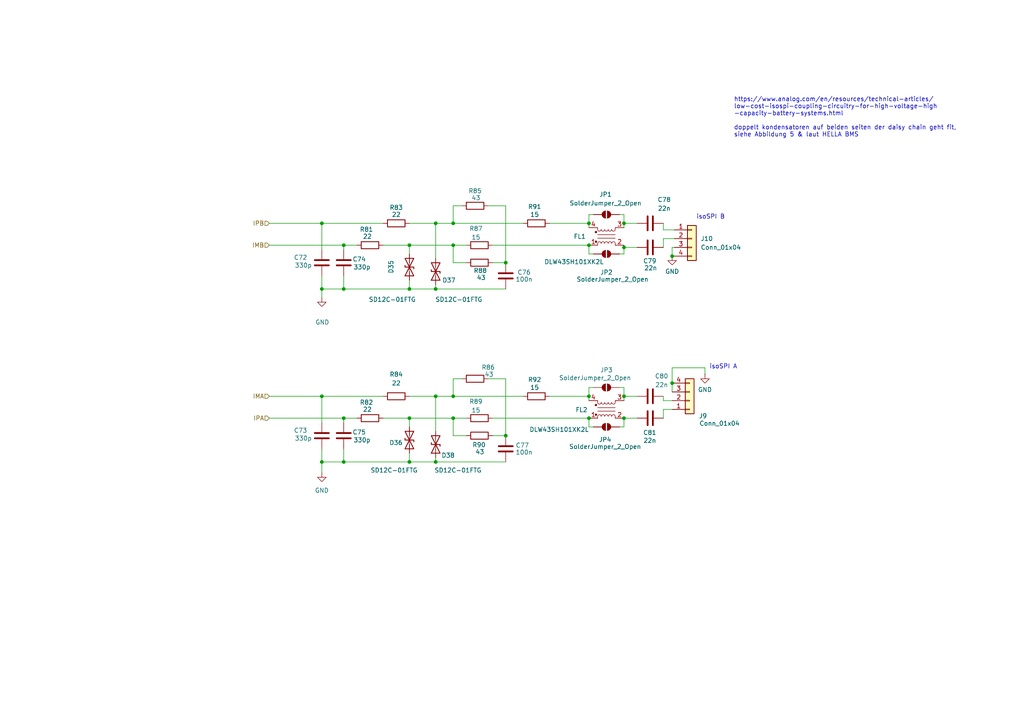
<source format=kicad_sch>
(kicad_sch
	(version 20231120)
	(generator "eeschema")
	(generator_version "8.0")
	(uuid "a829381d-4fea-407c-ade1-115ffa8289a0")
	(paper "A4")
	(lib_symbols
		(symbol "Connector_Generic:Conn_01x04"
			(pin_names
				(offset 1.016) hide)
			(exclude_from_sim no)
			(in_bom yes)
			(on_board yes)
			(property "Reference" "J"
				(at 0 5.08 0)
				(effects
					(font
						(size 1.27 1.27)
					)
				)
			)
			(property "Value" "Conn_01x04"
				(at 0 -7.62 0)
				(effects
					(font
						(size 1.27 1.27)
					)
				)
			)
			(property "Footprint" ""
				(at 0 0 0)
				(effects
					(font
						(size 1.27 1.27)
					)
					(hide yes)
				)
			)
			(property "Datasheet" "~"
				(at 0 0 0)
				(effects
					(font
						(size 1.27 1.27)
					)
					(hide yes)
				)
			)
			(property "Description" "Generic connector, single row, 01x04, script generated (kicad-library-utils/schlib/autogen/connector/)"
				(at 0 0 0)
				(effects
					(font
						(size 1.27 1.27)
					)
					(hide yes)
				)
			)
			(property "ki_keywords" "connector"
				(at 0 0 0)
				(effects
					(font
						(size 1.27 1.27)
					)
					(hide yes)
				)
			)
			(property "ki_fp_filters" "Connector*:*_1x??_*"
				(at 0 0 0)
				(effects
					(font
						(size 1.27 1.27)
					)
					(hide yes)
				)
			)
			(symbol "Conn_01x04_1_1"
				(rectangle
					(start -1.27 -4.953)
					(end 0 -5.207)
					(stroke
						(width 0.1524)
						(type default)
					)
					(fill
						(type none)
					)
				)
				(rectangle
					(start -1.27 -2.413)
					(end 0 -2.667)
					(stroke
						(width 0.1524)
						(type default)
					)
					(fill
						(type none)
					)
				)
				(rectangle
					(start -1.27 0.127)
					(end 0 -0.127)
					(stroke
						(width 0.1524)
						(type default)
					)
					(fill
						(type none)
					)
				)
				(rectangle
					(start -1.27 2.667)
					(end 0 2.413)
					(stroke
						(width 0.1524)
						(type default)
					)
					(fill
						(type none)
					)
				)
				(rectangle
					(start -1.27 3.81)
					(end 1.27 -6.35)
					(stroke
						(width 0.254)
						(type default)
					)
					(fill
						(type background)
					)
				)
				(pin passive line
					(at -5.08 2.54 0)
					(length 3.81)
					(name "Pin_1"
						(effects
							(font
								(size 1.27 1.27)
							)
						)
					)
					(number "1"
						(effects
							(font
								(size 1.27 1.27)
							)
						)
					)
				)
				(pin passive line
					(at -5.08 0 0)
					(length 3.81)
					(name "Pin_2"
						(effects
							(font
								(size 1.27 1.27)
							)
						)
					)
					(number "2"
						(effects
							(font
								(size 1.27 1.27)
							)
						)
					)
				)
				(pin passive line
					(at -5.08 -2.54 0)
					(length 3.81)
					(name "Pin_3"
						(effects
							(font
								(size 1.27 1.27)
							)
						)
					)
					(number "3"
						(effects
							(font
								(size 1.27 1.27)
							)
						)
					)
				)
				(pin passive line
					(at -5.08 -5.08 0)
					(length 3.81)
					(name "Pin_4"
						(effects
							(font
								(size 1.27 1.27)
							)
						)
					)
					(number "4"
						(effects
							(font
								(size 1.27 1.27)
							)
						)
					)
				)
			)
		)
		(symbol "Device:C"
			(pin_numbers hide)
			(pin_names
				(offset 0.254)
			)
			(exclude_from_sim no)
			(in_bom yes)
			(on_board yes)
			(property "Reference" "C"
				(at 0.635 2.54 0)
				(effects
					(font
						(size 1.27 1.27)
					)
					(justify left)
				)
			)
			(property "Value" "C"
				(at 0.635 -2.54 0)
				(effects
					(font
						(size 1.27 1.27)
					)
					(justify left)
				)
			)
			(property "Footprint" ""
				(at 0.9652 -3.81 0)
				(effects
					(font
						(size 1.27 1.27)
					)
					(hide yes)
				)
			)
			(property "Datasheet" "~"
				(at 0 0 0)
				(effects
					(font
						(size 1.27 1.27)
					)
					(hide yes)
				)
			)
			(property "Description" "Unpolarized capacitor"
				(at 0 0 0)
				(effects
					(font
						(size 1.27 1.27)
					)
					(hide yes)
				)
			)
			(property "ki_keywords" "cap capacitor"
				(at 0 0 0)
				(effects
					(font
						(size 1.27 1.27)
					)
					(hide yes)
				)
			)
			(property "ki_fp_filters" "C_*"
				(at 0 0 0)
				(effects
					(font
						(size 1.27 1.27)
					)
					(hide yes)
				)
			)
			(symbol "C_0_1"
				(polyline
					(pts
						(xy -2.032 -0.762) (xy 2.032 -0.762)
					)
					(stroke
						(width 0.508)
						(type default)
					)
					(fill
						(type none)
					)
				)
				(polyline
					(pts
						(xy -2.032 0.762) (xy 2.032 0.762)
					)
					(stroke
						(width 0.508)
						(type default)
					)
					(fill
						(type none)
					)
				)
			)
			(symbol "C_1_1"
				(pin passive line
					(at 0 3.81 270)
					(length 2.794)
					(name "~"
						(effects
							(font
								(size 1.27 1.27)
							)
						)
					)
					(number "1"
						(effects
							(font
								(size 1.27 1.27)
							)
						)
					)
				)
				(pin passive line
					(at 0 -3.81 90)
					(length 2.794)
					(name "~"
						(effects
							(font
								(size 1.27 1.27)
							)
						)
					)
					(number "2"
						(effects
							(font
								(size 1.27 1.27)
							)
						)
					)
				)
			)
		)
		(symbol "Device:D_TVS"
			(pin_numbers hide)
			(pin_names
				(offset 1.016) hide)
			(exclude_from_sim no)
			(in_bom yes)
			(on_board yes)
			(property "Reference" "D"
				(at 0 2.54 0)
				(effects
					(font
						(size 1.27 1.27)
					)
				)
			)
			(property "Value" "D_TVS"
				(at 0 -2.54 0)
				(effects
					(font
						(size 1.27 1.27)
					)
				)
			)
			(property "Footprint" ""
				(at 0 0 0)
				(effects
					(font
						(size 1.27 1.27)
					)
					(hide yes)
				)
			)
			(property "Datasheet" "~"
				(at 0 0 0)
				(effects
					(font
						(size 1.27 1.27)
					)
					(hide yes)
				)
			)
			(property "Description" "Bidirectional transient-voltage-suppression diode"
				(at 0 0 0)
				(effects
					(font
						(size 1.27 1.27)
					)
					(hide yes)
				)
			)
			(property "ki_keywords" "diode TVS thyrector"
				(at 0 0 0)
				(effects
					(font
						(size 1.27 1.27)
					)
					(hide yes)
				)
			)
			(property "ki_fp_filters" "TO-???* *_Diode_* *SingleDiode* D_*"
				(at 0 0 0)
				(effects
					(font
						(size 1.27 1.27)
					)
					(hide yes)
				)
			)
			(symbol "D_TVS_0_1"
				(polyline
					(pts
						(xy 1.27 0) (xy -1.27 0)
					)
					(stroke
						(width 0)
						(type default)
					)
					(fill
						(type none)
					)
				)
				(polyline
					(pts
						(xy 0.508 1.27) (xy 0 1.27) (xy 0 -1.27) (xy -0.508 -1.27)
					)
					(stroke
						(width 0.254)
						(type default)
					)
					(fill
						(type none)
					)
				)
				(polyline
					(pts
						(xy -2.54 1.27) (xy -2.54 -1.27) (xy 2.54 1.27) (xy 2.54 -1.27) (xy -2.54 1.27)
					)
					(stroke
						(width 0.254)
						(type default)
					)
					(fill
						(type none)
					)
				)
			)
			(symbol "D_TVS_1_1"
				(pin passive line
					(at -3.81 0 0)
					(length 2.54)
					(name "A1"
						(effects
							(font
								(size 1.27 1.27)
							)
						)
					)
					(number "1"
						(effects
							(font
								(size 1.27 1.27)
							)
						)
					)
				)
				(pin passive line
					(at 3.81 0 180)
					(length 2.54)
					(name "A2"
						(effects
							(font
								(size 1.27 1.27)
							)
						)
					)
					(number "2"
						(effects
							(font
								(size 1.27 1.27)
							)
						)
					)
				)
			)
		)
		(symbol "Device:R"
			(pin_numbers hide)
			(pin_names
				(offset 0)
			)
			(exclude_from_sim no)
			(in_bom yes)
			(on_board yes)
			(property "Reference" "R"
				(at 2.032 0 90)
				(effects
					(font
						(size 1.27 1.27)
					)
				)
			)
			(property "Value" "R"
				(at 0 0 90)
				(effects
					(font
						(size 1.27 1.27)
					)
				)
			)
			(property "Footprint" ""
				(at -1.778 0 90)
				(effects
					(font
						(size 1.27 1.27)
					)
					(hide yes)
				)
			)
			(property "Datasheet" "~"
				(at 0 0 0)
				(effects
					(font
						(size 1.27 1.27)
					)
					(hide yes)
				)
			)
			(property "Description" "Resistor"
				(at 0 0 0)
				(effects
					(font
						(size 1.27 1.27)
					)
					(hide yes)
				)
			)
			(property "ki_keywords" "R res resistor"
				(at 0 0 0)
				(effects
					(font
						(size 1.27 1.27)
					)
					(hide yes)
				)
			)
			(property "ki_fp_filters" "R_*"
				(at 0 0 0)
				(effects
					(font
						(size 1.27 1.27)
					)
					(hide yes)
				)
			)
			(symbol "R_0_1"
				(rectangle
					(start -1.016 -2.54)
					(end 1.016 2.54)
					(stroke
						(width 0.254)
						(type default)
					)
					(fill
						(type none)
					)
				)
			)
			(symbol "R_1_1"
				(pin passive line
					(at 0 3.81 270)
					(length 1.27)
					(name "~"
						(effects
							(font
								(size 1.27 1.27)
							)
						)
					)
					(number "1"
						(effects
							(font
								(size 1.27 1.27)
							)
						)
					)
				)
				(pin passive line
					(at 0 -3.81 90)
					(length 1.27)
					(name "~"
						(effects
							(font
								(size 1.27 1.27)
							)
						)
					)
					(number "2"
						(effects
							(font
								(size 1.27 1.27)
							)
						)
					)
				)
			)
		)
		(symbol "Filter:Choke_Coilcraft_0603USB-222"
			(pin_names
				(offset 0.254) hide)
			(exclude_from_sim no)
			(in_bom yes)
			(on_board yes)
			(property "Reference" "FL"
				(at 0 4.445 0)
				(effects
					(font
						(size 1.27 1.27)
					)
				)
			)
			(property "Value" "Choke_Coilcraft_0603USB-222"
				(at 0 -4.445 0)
				(effects
					(font
						(size 1.27 1.27)
					)
				)
			)
			(property "Footprint" "Inductor_SMD:L_CommonModeChoke_Coilcraft_0603USB"
				(at 0 -6.35 0)
				(effects
					(font
						(size 1.27 1.27)
					)
					(hide yes)
				)
			)
			(property "Datasheet" "https://www.coilcraft.com/pdfs/0603usb.pdf"
				(at 0 -8.255 0)
				(effects
					(font
						(size 1.27 1.27)
					)
					(hide yes)
				)
			)
			(property "Description" "Common mode choke, 500mA, 250VAC, 150nH, 209mohm, 0.96Ghz, "
				(at 0 0 0)
				(effects
					(font
						(size 1.27 1.27)
					)
					(hide yes)
				)
			)
			(property "ki_keywords" "common-mode common mode choke signal line filter"
				(at 0 0 0)
				(effects
					(font
						(size 1.27 1.27)
					)
					(hide yes)
				)
			)
			(property "ki_fp_filters" "L*CommonModeChoke*Coilcraft*0603USB*"
				(at 0 0 0)
				(effects
					(font
						(size 1.27 1.27)
					)
					(hide yes)
				)
			)
			(symbol "Choke_Coilcraft_0603USB-222_0_1"
				(circle
					(center -3.048 -1.27)
					(radius 0.254)
					(stroke
						(width 0)
						(type default)
					)
					(fill
						(type outline)
					)
				)
				(circle
					(center -3.048 1.524)
					(radius 0.254)
					(stroke
						(width 0)
						(type default)
					)
					(fill
						(type outline)
					)
				)
				(arc
					(start -2.54 2.032)
					(mid -2.032 1.5262)
					(end -1.524 2.032)
					(stroke
						(width 0)
						(type default)
					)
					(fill
						(type none)
					)
				)
				(arc
					(start -1.524 -2.032)
					(mid -2.032 -1.5262)
					(end -2.54 -2.032)
					(stroke
						(width 0)
						(type default)
					)
					(fill
						(type none)
					)
				)
				(arc
					(start -1.524 2.032)
					(mid -1.016 1.5262)
					(end -0.508 2.032)
					(stroke
						(width 0)
						(type default)
					)
					(fill
						(type none)
					)
				)
				(arc
					(start -0.508 -2.032)
					(mid -1.016 -1.5262)
					(end -1.524 -2.032)
					(stroke
						(width 0)
						(type default)
					)
					(fill
						(type none)
					)
				)
				(arc
					(start -0.508 2.032)
					(mid 0 1.5262)
					(end 0.508 2.032)
					(stroke
						(width 0)
						(type default)
					)
					(fill
						(type none)
					)
				)
				(polyline
					(pts
						(xy -2.54 -2.032) (xy -2.54 -2.54)
					)
					(stroke
						(width 0)
						(type default)
					)
					(fill
						(type none)
					)
				)
				(polyline
					(pts
						(xy -2.54 0.508) (xy 2.54 0.508)
					)
					(stroke
						(width 0)
						(type default)
					)
					(fill
						(type none)
					)
				)
				(polyline
					(pts
						(xy -2.54 2.032) (xy -2.54 2.54)
					)
					(stroke
						(width 0)
						(type default)
					)
					(fill
						(type none)
					)
				)
				(polyline
					(pts
						(xy 2.54 -2.032) (xy 2.54 -2.54)
					)
					(stroke
						(width 0)
						(type default)
					)
					(fill
						(type none)
					)
				)
				(polyline
					(pts
						(xy 2.54 -0.508) (xy -2.54 -0.508)
					)
					(stroke
						(width 0)
						(type default)
					)
					(fill
						(type none)
					)
				)
				(polyline
					(pts
						(xy 2.54 2.54) (xy 2.54 2.032)
					)
					(stroke
						(width 0)
						(type default)
					)
					(fill
						(type none)
					)
				)
				(arc
					(start 0.508 -2.032)
					(mid 0 -1.5262)
					(end -0.508 -2.032)
					(stroke
						(width 0)
						(type default)
					)
					(fill
						(type none)
					)
				)
				(arc
					(start 0.508 2.032)
					(mid 1.016 1.5262)
					(end 1.524 2.032)
					(stroke
						(width 0)
						(type default)
					)
					(fill
						(type none)
					)
				)
				(arc
					(start 1.524 -2.032)
					(mid 1.016 -1.5262)
					(end 0.508 -2.032)
					(stroke
						(width 0)
						(type default)
					)
					(fill
						(type none)
					)
				)
				(arc
					(start 1.524 2.032)
					(mid 2.032 1.5262)
					(end 2.54 2.032)
					(stroke
						(width 0)
						(type default)
					)
					(fill
						(type none)
					)
				)
				(arc
					(start 2.54 -2.032)
					(mid 2.032 -1.5262)
					(end 1.524 -2.032)
					(stroke
						(width 0)
						(type default)
					)
					(fill
						(type none)
					)
				)
			)
			(symbol "Choke_Coilcraft_0603USB-222_1_1"
				(pin passive line
					(at -5.08 2.54 0)
					(length 2.54)
					(name "1"
						(effects
							(font
								(size 1.27 1.27)
							)
						)
					)
					(number "1"
						(effects
							(font
								(size 1.27 1.27)
							)
						)
					)
				)
				(pin passive line
					(at 5.08 2.54 180)
					(length 2.54)
					(name "2"
						(effects
							(font
								(size 1.27 1.27)
							)
						)
					)
					(number "2"
						(effects
							(font
								(size 1.27 1.27)
							)
						)
					)
				)
				(pin passive line
					(at 5.08 -2.54 180)
					(length 2.54)
					(name "3"
						(effects
							(font
								(size 1.27 1.27)
							)
						)
					)
					(number "3"
						(effects
							(font
								(size 1.27 1.27)
							)
						)
					)
				)
				(pin passive line
					(at -5.08 -2.54 0)
					(length 2.54)
					(name "4"
						(effects
							(font
								(size 1.27 1.27)
							)
						)
					)
					(number "4"
						(effects
							(font
								(size 1.27 1.27)
							)
						)
					)
				)
			)
		)
		(symbol "Jumper:SolderJumper_2_Open"
			(pin_numbers hide)
			(pin_names
				(offset 0) hide)
			(exclude_from_sim yes)
			(in_bom no)
			(on_board yes)
			(property "Reference" "JP"
				(at 0 2.032 0)
				(effects
					(font
						(size 1.27 1.27)
					)
				)
			)
			(property "Value" "SolderJumper_2_Open"
				(at 0 -2.54 0)
				(effects
					(font
						(size 1.27 1.27)
					)
				)
			)
			(property "Footprint" ""
				(at 0 0 0)
				(effects
					(font
						(size 1.27 1.27)
					)
					(hide yes)
				)
			)
			(property "Datasheet" "~"
				(at 0 0 0)
				(effects
					(font
						(size 1.27 1.27)
					)
					(hide yes)
				)
			)
			(property "Description" "Solder Jumper, 2-pole, open"
				(at 0 0 0)
				(effects
					(font
						(size 1.27 1.27)
					)
					(hide yes)
				)
			)
			(property "ki_keywords" "solder jumper SPST"
				(at 0 0 0)
				(effects
					(font
						(size 1.27 1.27)
					)
					(hide yes)
				)
			)
			(property "ki_fp_filters" "SolderJumper*Open*"
				(at 0 0 0)
				(effects
					(font
						(size 1.27 1.27)
					)
					(hide yes)
				)
			)
			(symbol "SolderJumper_2_Open_0_1"
				(arc
					(start -0.254 1.016)
					(mid -1.2656 0)
					(end -0.254 -1.016)
					(stroke
						(width 0)
						(type default)
					)
					(fill
						(type none)
					)
				)
				(arc
					(start -0.254 1.016)
					(mid -1.2656 0)
					(end -0.254 -1.016)
					(stroke
						(width 0)
						(type default)
					)
					(fill
						(type outline)
					)
				)
				(polyline
					(pts
						(xy -0.254 1.016) (xy -0.254 -1.016)
					)
					(stroke
						(width 0)
						(type default)
					)
					(fill
						(type none)
					)
				)
				(polyline
					(pts
						(xy 0.254 1.016) (xy 0.254 -1.016)
					)
					(stroke
						(width 0)
						(type default)
					)
					(fill
						(type none)
					)
				)
				(arc
					(start 0.254 -1.016)
					(mid 1.2656 0)
					(end 0.254 1.016)
					(stroke
						(width 0)
						(type default)
					)
					(fill
						(type none)
					)
				)
				(arc
					(start 0.254 -1.016)
					(mid 1.2656 0)
					(end 0.254 1.016)
					(stroke
						(width 0)
						(type default)
					)
					(fill
						(type outline)
					)
				)
			)
			(symbol "SolderJumper_2_Open_1_1"
				(pin passive line
					(at -3.81 0 0)
					(length 2.54)
					(name "A"
						(effects
							(font
								(size 1.27 1.27)
							)
						)
					)
					(number "1"
						(effects
							(font
								(size 1.27 1.27)
							)
						)
					)
				)
				(pin passive line
					(at 3.81 0 180)
					(length 2.54)
					(name "B"
						(effects
							(font
								(size 1.27 1.27)
							)
						)
					)
					(number "2"
						(effects
							(font
								(size 1.27 1.27)
							)
						)
					)
				)
			)
		)
		(symbol "power:GND"
			(power)
			(pin_numbers hide)
			(pin_names
				(offset 0) hide)
			(exclude_from_sim no)
			(in_bom yes)
			(on_board yes)
			(property "Reference" "#PWR"
				(at 0 -6.35 0)
				(effects
					(font
						(size 1.27 1.27)
					)
					(hide yes)
				)
			)
			(property "Value" "GND"
				(at 0 -3.81 0)
				(effects
					(font
						(size 1.27 1.27)
					)
				)
			)
			(property "Footprint" ""
				(at 0 0 0)
				(effects
					(font
						(size 1.27 1.27)
					)
					(hide yes)
				)
			)
			(property "Datasheet" ""
				(at 0 0 0)
				(effects
					(font
						(size 1.27 1.27)
					)
					(hide yes)
				)
			)
			(property "Description" "Power symbol creates a global label with name \"GND\" , ground"
				(at 0 0 0)
				(effects
					(font
						(size 1.27 1.27)
					)
					(hide yes)
				)
			)
			(property "ki_keywords" "global power"
				(at 0 0 0)
				(effects
					(font
						(size 1.27 1.27)
					)
					(hide yes)
				)
			)
			(symbol "GND_0_1"
				(polyline
					(pts
						(xy 0 0) (xy 0 -1.27) (xy 1.27 -1.27) (xy 0 -2.54) (xy -1.27 -1.27) (xy 0 -1.27)
					)
					(stroke
						(width 0)
						(type default)
					)
					(fill
						(type none)
					)
				)
			)
			(symbol "GND_1_1"
				(pin power_in line
					(at 0 0 270)
					(length 0)
					(name "~"
						(effects
							(font
								(size 1.27 1.27)
							)
						)
					)
					(number "1"
						(effects
							(font
								(size 1.27 1.27)
							)
						)
					)
				)
			)
		)
	)
	(junction
		(at 194.945 111.125)
		(diameter 0)
		(color 0 0 0 0)
		(uuid "0d32312d-2ec8-4bb8-bcfb-725548d5d2e9")
	)
	(junction
		(at 131.445 121.285)
		(diameter 0)
		(color 0 0 0 0)
		(uuid "20bf75b0-dea2-4c9a-8156-68ee9ed80b80")
	)
	(junction
		(at 99.695 83.82)
		(diameter 0)
		(color 0 0 0 0)
		(uuid "2117f12b-d309-4bef-b9a3-1c26aac3e3f2")
	)
	(junction
		(at 93.345 83.82)
		(diameter 0)
		(color 0 0 0 0)
		(uuid "3301cf26-aaed-48c7-93a2-b659b7d4c9f6")
	)
	(junction
		(at 118.745 71.12)
		(diameter 0)
		(color 0 0 0 0)
		(uuid "35c814df-b143-4b4d-aaa3-ede891e28bfa")
	)
	(junction
		(at 170.815 71.12)
		(diameter 0)
		(color 0 0 0 0)
		(uuid "3be36621-0ccc-4deb-803d-b05d37625fef")
	)
	(junction
		(at 180.975 114.935)
		(diameter 0)
		(color 0 0 0 0)
		(uuid "49661d41-b7ec-43d8-a7d5-728f00a36b91")
	)
	(junction
		(at 170.815 114.935)
		(diameter 0)
		(color 0 0 0 0)
		(uuid "4b69d4ad-0c19-435d-9ccf-168b2c4ea048")
	)
	(junction
		(at 126.365 114.935)
		(diameter 0)
		(color 0 0 0 0)
		(uuid "5bb92f49-2931-4534-8ce9-30a6d54a9ac4")
	)
	(junction
		(at 180.975 64.77)
		(diameter 0)
		(color 0 0 0 0)
		(uuid "5c947694-5d5a-469a-8e27-e4d0e0349f1f")
	)
	(junction
		(at 93.345 114.935)
		(diameter 0)
		(color 0 0 0 0)
		(uuid "5d53d5f3-672a-4984-a25d-144138b17f23")
	)
	(junction
		(at 99.695 121.285)
		(diameter 0)
		(color 0 0 0 0)
		(uuid "5e83fce1-b29c-4cd9-84c0-72eb19e8b5cb")
	)
	(junction
		(at 99.695 133.985)
		(diameter 0)
		(color 0 0 0 0)
		(uuid "7e92cec6-9a8d-4e7e-b7dd-60d1a83e266c")
	)
	(junction
		(at 126.365 83.82)
		(diameter 0)
		(color 0 0 0 0)
		(uuid "81f43af8-7504-4953-9943-182a0acf170e")
	)
	(junction
		(at 146.685 126.365)
		(diameter 0)
		(color 0 0 0 0)
		(uuid "8c294957-fdb1-492d-9439-17ad32878601")
	)
	(junction
		(at 118.745 133.985)
		(diameter 0)
		(color 0 0 0 0)
		(uuid "95a7349f-129c-4669-adf5-e050237c2978")
	)
	(junction
		(at 126.365 64.77)
		(diameter 0)
		(color 0 0 0 0)
		(uuid "a9a880cc-b383-485e-83df-807612196d89")
	)
	(junction
		(at 131.445 114.935)
		(diameter 0)
		(color 0 0 0 0)
		(uuid "a9a8de09-bb09-4d92-9857-c8401a41aea8")
	)
	(junction
		(at 118.745 121.285)
		(diameter 0)
		(color 0 0 0 0)
		(uuid "adcb7473-676d-452e-82df-aa6d8d52a260")
	)
	(junction
		(at 93.345 64.77)
		(diameter 0)
		(color 0 0 0 0)
		(uuid "af8eab40-cd27-4b83-892a-e4a6b5f9bad0")
	)
	(junction
		(at 93.345 133.985)
		(diameter 0)
		(color 0 0 0 0)
		(uuid "bb39a16e-fe91-4ffa-ba65-1093cbb17f8b")
	)
	(junction
		(at 194.945 74.295)
		(diameter 0)
		(color 0 0 0 0)
		(uuid "bf6f228f-b551-414b-93fd-11026b76e235")
	)
	(junction
		(at 131.445 64.77)
		(diameter 0)
		(color 0 0 0 0)
		(uuid "c87d9d64-f8cc-4f71-a1da-cf6614dd103e")
	)
	(junction
		(at 126.365 133.985)
		(diameter 0)
		(color 0 0 0 0)
		(uuid "cb19a8a9-7eb9-4615-833a-fbdbda0ea477")
	)
	(junction
		(at 180.975 121.285)
		(diameter 0)
		(color 0 0 0 0)
		(uuid "d39a4faf-176d-4355-96ff-4b448fb242a7")
	)
	(junction
		(at 131.445 71.12)
		(diameter 0)
		(color 0 0 0 0)
		(uuid "d7c86cfb-9625-438b-806b-3fdb816edd2b")
	)
	(junction
		(at 170.815 64.77)
		(diameter 0)
		(color 0 0 0 0)
		(uuid "d893587c-030f-442e-b25b-899fd754c6c3")
	)
	(junction
		(at 99.695 71.12)
		(diameter 0)
		(color 0 0 0 0)
		(uuid "e70cabff-fd8e-4c89-9c94-cc6a180d9ca7")
	)
	(junction
		(at 180.975 71.755)
		(diameter 0)
		(color 0 0 0 0)
		(uuid "efe41e19-a1c2-42fd-a0ad-170fc2f945fc")
	)
	(junction
		(at 118.745 83.82)
		(diameter 0)
		(color 0 0 0 0)
		(uuid "f3e3140e-204e-4f32-aa59-52dcefe2c591")
	)
	(junction
		(at 146.685 76.2)
		(diameter 0)
		(color 0 0 0 0)
		(uuid "fbd9b3db-68a3-4b54-b81f-46d08b9d3cef")
	)
	(junction
		(at 170.815 121.285)
		(diameter 0)
		(color 0 0 0 0)
		(uuid "fcd8f11d-6a78-43cc-bc73-9da5eae2f8b5")
	)
	(wire
		(pts
			(xy 170.815 71.12) (xy 170.815 73.66)
		)
		(stroke
			(width 0)
			(type default)
		)
		(uuid "0750a4f5-30f7-474c-ae19-699aef4ad2e4")
	)
	(wire
		(pts
			(xy 142.875 121.285) (xy 170.815 121.285)
		)
		(stroke
			(width 0)
			(type default)
		)
		(uuid "086cce70-ab37-49e5-a4ba-a2ba639eea92")
	)
	(wire
		(pts
			(xy 126.365 114.935) (xy 131.445 114.935)
		)
		(stroke
			(width 0)
			(type default)
		)
		(uuid "09f0abd4-e08f-4326-b628-dee8f2089b94")
	)
	(wire
		(pts
			(xy 126.365 83.82) (xy 146.685 83.82)
		)
		(stroke
			(width 0)
			(type default)
		)
		(uuid "0ac8b205-891c-4a6f-8ffd-05da6d89d659")
	)
	(wire
		(pts
			(xy 93.345 133.985) (xy 99.695 133.985)
		)
		(stroke
			(width 0)
			(type default)
		)
		(uuid "0e89915a-5616-4579-b54f-8fb87e01ca39")
	)
	(wire
		(pts
			(xy 131.445 114.935) (xy 131.445 109.855)
		)
		(stroke
			(width 0)
			(type default)
		)
		(uuid "104417ea-7528-4b61-96bc-f4c4b85c862d")
	)
	(wire
		(pts
			(xy 192.405 69.215) (xy 195.58 69.215)
		)
		(stroke
			(width 0)
			(type default)
		)
		(uuid "1091c10c-eef7-4766-8bbd-338a3232ad30")
	)
	(wire
		(pts
			(xy 180.975 121.285) (xy 184.785 121.285)
		)
		(stroke
			(width 0)
			(type default)
		)
		(uuid "10eb43b2-2de2-4fc3-9810-e6593f77ba89")
	)
	(wire
		(pts
			(xy 93.345 72.39) (xy 93.345 64.77)
		)
		(stroke
			(width 0)
			(type default)
		)
		(uuid "113635c8-d1c4-4e59-aecf-230d1dd98ede")
	)
	(wire
		(pts
			(xy 179.705 62.23) (xy 180.975 62.23)
		)
		(stroke
			(width 0)
			(type default)
		)
		(uuid "123e5df9-fd32-46f8-9eed-5707cea836cb")
	)
	(wire
		(pts
			(xy 170.815 116.205) (xy 170.815 114.935)
		)
		(stroke
			(width 0)
			(type default)
		)
		(uuid "18183fc5-3af3-488e-93af-eb95f85c557a")
	)
	(wire
		(pts
			(xy 131.445 64.77) (xy 131.445 59.69)
		)
		(stroke
			(width 0)
			(type default)
		)
		(uuid "1c2b1c53-e95e-41c2-9e77-f0aeed946ff5")
	)
	(wire
		(pts
			(xy 126.365 133.985) (xy 146.685 133.985)
		)
		(stroke
			(width 0)
			(type default)
		)
		(uuid "1d15db8b-2ecb-4cc5-b8c1-803d8ff0c52f")
	)
	(wire
		(pts
			(xy 131.445 114.935) (xy 151.765 114.935)
		)
		(stroke
			(width 0)
			(type default)
		)
		(uuid "1e4628cf-0d2b-41f7-b912-4896ab639316")
	)
	(wire
		(pts
			(xy 170.815 112.395) (xy 170.815 114.935)
		)
		(stroke
			(width 0)
			(type default)
		)
		(uuid "1e61e979-414b-413e-9cb0-3b7f9021c607")
	)
	(wire
		(pts
			(xy 99.695 121.285) (xy 78.105 121.285)
		)
		(stroke
			(width 0)
			(type default)
		)
		(uuid "21d7735d-566f-43ee-860e-b2ffb4e750a7")
	)
	(wire
		(pts
			(xy 170.815 64.77) (xy 159.385 64.77)
		)
		(stroke
			(width 0)
			(type default)
		)
		(uuid "2346bd7a-b789-41aa-aa2a-2280521bf279")
	)
	(wire
		(pts
			(xy 118.745 64.77) (xy 126.365 64.77)
		)
		(stroke
			(width 0)
			(type default)
		)
		(uuid "269d8ca1-41b5-424e-9dd3-16c9d1be7f9b")
	)
	(wire
		(pts
			(xy 204.47 108.585) (xy 204.47 106.68)
		)
		(stroke
			(width 0)
			(type default)
		)
		(uuid "2bfc05f6-5504-4bfa-93ae-f73727ba01ac")
	)
	(wire
		(pts
			(xy 118.745 121.285) (xy 118.745 123.825)
		)
		(stroke
			(width 0)
			(type default)
		)
		(uuid "2ed4ed78-45da-4f83-a242-47653d991cfe")
	)
	(wire
		(pts
			(xy 118.745 83.82) (xy 126.365 83.82)
		)
		(stroke
			(width 0)
			(type default)
		)
		(uuid "2f4d2620-2101-4dc8-a7ab-51600a291f5e")
	)
	(wire
		(pts
			(xy 131.445 59.69) (xy 133.985 59.69)
		)
		(stroke
			(width 0)
			(type default)
		)
		(uuid "328cad01-5d00-486c-83e2-ff7945bf9324")
	)
	(wire
		(pts
			(xy 118.745 71.12) (xy 131.445 71.12)
		)
		(stroke
			(width 0)
			(type default)
		)
		(uuid "3333f0be-92ac-4668-8cd8-7d934067e34c")
	)
	(wire
		(pts
			(xy 118.745 71.12) (xy 118.745 73.66)
		)
		(stroke
			(width 0)
			(type default)
		)
		(uuid "35b9ab6e-b7b8-435a-94d1-ea232c703857")
	)
	(wire
		(pts
			(xy 99.695 72.39) (xy 99.695 71.12)
		)
		(stroke
			(width 0)
			(type default)
		)
		(uuid "39a2bcb2-579e-4468-a6d3-d5ef293e137c")
	)
	(wire
		(pts
			(xy 170.815 62.23) (xy 172.085 62.23)
		)
		(stroke
			(width 0)
			(type default)
		)
		(uuid "3f191178-e730-4351-a13e-1b24b89bab6b")
	)
	(wire
		(pts
			(xy 180.975 116.205) (xy 180.975 114.935)
		)
		(stroke
			(width 0)
			(type default)
		)
		(uuid "4088755c-7e35-44e3-ba3f-b31e69174b0a")
	)
	(wire
		(pts
			(xy 146.685 126.365) (xy 142.875 126.365)
		)
		(stroke
			(width 0)
			(type default)
		)
		(uuid "40d32277-d72d-45e2-92b7-df477ef5b907")
	)
	(wire
		(pts
			(xy 118.745 81.28) (xy 118.745 83.82)
		)
		(stroke
			(width 0)
			(type default)
		)
		(uuid "41717c93-d3cb-47d8-855f-88d8e8b071e3")
	)
	(wire
		(pts
			(xy 131.445 126.365) (xy 135.255 126.365)
		)
		(stroke
			(width 0)
			(type default)
		)
		(uuid "427bbaa7-ac9e-49a3-9ce8-8d20958f1379")
	)
	(wire
		(pts
			(xy 146.685 109.855) (xy 146.685 126.365)
		)
		(stroke
			(width 0)
			(type default)
		)
		(uuid "43314b7d-e82f-404c-9083-71a6e8984bc8")
	)
	(wire
		(pts
			(xy 170.815 62.23) (xy 170.815 64.77)
		)
		(stroke
			(width 0)
			(type default)
		)
		(uuid "46a95b7b-ccb0-4957-bc01-b0fe687029e8")
	)
	(wire
		(pts
			(xy 126.365 82.55) (xy 126.365 83.82)
		)
		(stroke
			(width 0)
			(type default)
		)
		(uuid "494e8585-d443-4740-9d19-8581f6d0c71c")
	)
	(wire
		(pts
			(xy 192.405 71.755) (xy 192.405 69.215)
		)
		(stroke
			(width 0)
			(type default)
		)
		(uuid "50e361e9-3441-4303-96e3-41ec88323920")
	)
	(wire
		(pts
			(xy 179.705 112.395) (xy 180.975 112.395)
		)
		(stroke
			(width 0)
			(type default)
		)
		(uuid "51c6edc5-58f5-4800-8d91-923203fc672b")
	)
	(wire
		(pts
			(xy 180.975 62.23) (xy 180.975 64.77)
		)
		(stroke
			(width 0)
			(type default)
		)
		(uuid "55a7cb3e-8a02-4b68-ad2b-9fa803f8a403")
	)
	(wire
		(pts
			(xy 170.815 73.66) (xy 172.085 73.66)
		)
		(stroke
			(width 0)
			(type default)
		)
		(uuid "55d0a011-aa77-4733-8302-72558e47f63b")
	)
	(wire
		(pts
			(xy 126.365 132.715) (xy 126.365 133.985)
		)
		(stroke
			(width 0)
			(type default)
		)
		(uuid "57ba496a-0e0e-44dc-a2be-f4abf09bb9cd")
	)
	(wire
		(pts
			(xy 180.975 112.395) (xy 180.975 114.935)
		)
		(stroke
			(width 0)
			(type default)
		)
		(uuid "5f688f12-73eb-4849-8d37-859ab25a5051")
	)
	(wire
		(pts
			(xy 131.445 76.2) (xy 135.255 76.2)
		)
		(stroke
			(width 0)
			(type default)
		)
		(uuid "6104b727-58a4-4549-91db-4923fc3461f8")
	)
	(wire
		(pts
			(xy 180.975 114.935) (xy 184.785 114.935)
		)
		(stroke
			(width 0)
			(type default)
		)
		(uuid "61467652-5643-4079-a8e2-eb26ed154855")
	)
	(wire
		(pts
			(xy 93.345 122.555) (xy 93.345 114.935)
		)
		(stroke
			(width 0)
			(type default)
		)
		(uuid "6409858f-43b3-49e1-baf5-e660e4cd2540")
	)
	(wire
		(pts
			(xy 170.815 64.77) (xy 170.815 66.04)
		)
		(stroke
			(width 0)
			(type default)
		)
		(uuid "6a109017-ae74-4edb-8fa9-31dcacf65752")
	)
	(wire
		(pts
			(xy 170.815 121.285) (xy 170.815 123.825)
		)
		(stroke
			(width 0)
			(type default)
		)
		(uuid "6c5dc625-d3f3-4390-9132-be850f57c446")
	)
	(wire
		(pts
			(xy 99.695 80.01) (xy 99.695 83.82)
		)
		(stroke
			(width 0)
			(type default)
		)
		(uuid "6fceb8e8-307e-4758-86cb-888d019759c5")
	)
	(wire
		(pts
			(xy 192.405 121.285) (xy 192.405 118.745)
		)
		(stroke
			(width 0)
			(type default)
		)
		(uuid "74260bb2-24eb-4610-a85c-d628bcd97231")
	)
	(wire
		(pts
			(xy 194.945 71.755) (xy 194.945 74.295)
		)
		(stroke
			(width 0)
			(type default)
		)
		(uuid "7534041c-301a-46f6-a8b9-8e775e2b4225")
	)
	(wire
		(pts
			(xy 192.405 64.77) (xy 192.405 66.675)
		)
		(stroke
			(width 0)
			(type default)
		)
		(uuid "7a5276d5-a292-4d9c-aed9-2939637ff5f2")
	)
	(wire
		(pts
			(xy 194.945 106.68) (xy 194.945 111.125)
		)
		(stroke
			(width 0)
			(type default)
		)
		(uuid "7d8c9cce-2cb5-4a0d-9fa1-3fd3a18d97cd")
	)
	(wire
		(pts
			(xy 180.975 71.755) (xy 180.975 71.12)
		)
		(stroke
			(width 0)
			(type default)
		)
		(uuid "7da1ff46-91a3-4451-9f5f-b449b426f76f")
	)
	(wire
		(pts
			(xy 118.745 133.985) (xy 126.365 133.985)
		)
		(stroke
			(width 0)
			(type default)
		)
		(uuid "800ad1ea-20aa-494a-bc6b-d49ab467954c")
	)
	(wire
		(pts
			(xy 204.47 106.68) (xy 194.945 106.68)
		)
		(stroke
			(width 0)
			(type default)
		)
		(uuid "8353d6c3-c735-4aa3-a84b-5903f935dfc4")
	)
	(wire
		(pts
			(xy 99.695 71.12) (xy 103.505 71.12)
		)
		(stroke
			(width 0)
			(type default)
		)
		(uuid "844d3a1c-7e24-4d7b-ad14-0f3de9f6b348")
	)
	(wire
		(pts
			(xy 93.345 114.935) (xy 111.125 114.935)
		)
		(stroke
			(width 0)
			(type default)
		)
		(uuid "851deabe-e77a-4784-b21a-9e1e113e7fb7")
	)
	(wire
		(pts
			(xy 159.385 114.935) (xy 170.815 114.935)
		)
		(stroke
			(width 0)
			(type default)
		)
		(uuid "88087053-7ee5-4842-92de-7c2d8aa8743d")
	)
	(wire
		(pts
			(xy 99.695 83.82) (xy 118.745 83.82)
		)
		(stroke
			(width 0)
			(type default)
		)
		(uuid "89eea947-6770-4539-be6f-09c89b106f8b")
	)
	(wire
		(pts
			(xy 192.405 116.205) (xy 194.945 116.205)
		)
		(stroke
			(width 0)
			(type default)
		)
		(uuid "8a7fa8dc-73db-4df3-85c4-d7e76bc091d3")
	)
	(wire
		(pts
			(xy 78.105 114.935) (xy 93.345 114.935)
		)
		(stroke
			(width 0)
			(type default)
		)
		(uuid "8cd0d2de-a635-49d0-8fa3-1aa71df1d2db")
	)
	(wire
		(pts
			(xy 126.365 64.77) (xy 131.445 64.77)
		)
		(stroke
			(width 0)
			(type default)
		)
		(uuid "8e78abf1-3325-4712-9c51-afe4bf1b0f8d")
	)
	(wire
		(pts
			(xy 93.345 83.82) (xy 93.345 80.01)
		)
		(stroke
			(width 0)
			(type default)
		)
		(uuid "9063df96-4a5a-44fc-b3e6-85c69cc51193")
	)
	(wire
		(pts
			(xy 118.745 114.935) (xy 126.365 114.935)
		)
		(stroke
			(width 0)
			(type default)
		)
		(uuid "913f32b2-c2b3-4097-859a-fd605a1ccaaf")
	)
	(wire
		(pts
			(xy 170.815 112.395) (xy 172.085 112.395)
		)
		(stroke
			(width 0)
			(type default)
		)
		(uuid "9183307e-3f42-4a62-9684-4268449e9ca3")
	)
	(wire
		(pts
			(xy 99.695 133.985) (xy 118.745 133.985)
		)
		(stroke
			(width 0)
			(type default)
		)
		(uuid "937b9e71-608a-4c03-ad9b-c347fd7dfdc3")
	)
	(wire
		(pts
			(xy 194.945 74.295) (xy 195.58 74.295)
		)
		(stroke
			(width 0)
			(type default)
		)
		(uuid "95b97542-5c3a-4fb9-b2db-9cb2ce613e68")
	)
	(wire
		(pts
			(xy 131.445 121.285) (xy 131.445 126.365)
		)
		(stroke
			(width 0)
			(type default)
		)
		(uuid "a048b50f-69be-4467-94eb-f75ec6ef2640")
	)
	(wire
		(pts
			(xy 141.605 59.69) (xy 146.685 59.69)
		)
		(stroke
			(width 0)
			(type default)
		)
		(uuid "a080f55d-8709-4970-8461-cdeca89f0c7c")
	)
	(wire
		(pts
			(xy 131.445 109.855) (xy 133.985 109.855)
		)
		(stroke
			(width 0)
			(type default)
		)
		(uuid "a1cc1674-678a-4ffb-8898-5288cd4dff96")
	)
	(wire
		(pts
			(xy 192.405 114.935) (xy 192.405 116.205)
		)
		(stroke
			(width 0)
			(type default)
		)
		(uuid "a2aeecc8-97e3-49e2-8e94-6b2330dd498d")
	)
	(wire
		(pts
			(xy 180.975 71.755) (xy 180.975 73.66)
		)
		(stroke
			(width 0)
			(type default)
		)
		(uuid "a4755abc-d028-481e-bd1d-ce402335a5ac")
	)
	(wire
		(pts
			(xy 131.445 71.12) (xy 135.255 71.12)
		)
		(stroke
			(width 0)
			(type default)
		)
		(uuid "ae80357e-48e0-4c85-aace-f31ad31ba428")
	)
	(wire
		(pts
			(xy 93.345 137.16) (xy 93.345 133.985)
		)
		(stroke
			(width 0)
			(type default)
		)
		(uuid "afdd947c-38d8-4ea5-a571-4c0a4b3007b0")
	)
	(wire
		(pts
			(xy 146.685 76.2) (xy 142.875 76.2)
		)
		(stroke
			(width 0)
			(type default)
		)
		(uuid "b0239766-27df-4094-8997-1217aac84d63")
	)
	(wire
		(pts
			(xy 99.695 121.285) (xy 103.505 121.285)
		)
		(stroke
			(width 0)
			(type default)
		)
		(uuid "b3d94a2f-535d-49ea-a6e6-e8cb1424ade2")
	)
	(wire
		(pts
			(xy 170.815 123.825) (xy 172.085 123.825)
		)
		(stroke
			(width 0)
			(type default)
		)
		(uuid "b80fc99b-3882-4859-9c80-2eb3d7839550")
	)
	(wire
		(pts
			(xy 126.365 114.935) (xy 126.365 125.095)
		)
		(stroke
			(width 0)
			(type default)
		)
		(uuid "b84a8d32-91b7-49d3-9219-c94b829ee737")
	)
	(wire
		(pts
			(xy 179.705 73.66) (xy 180.975 73.66)
		)
		(stroke
			(width 0)
			(type default)
		)
		(uuid "c2e7246d-2dc4-4cd2-83cd-0f406de6dda7")
	)
	(wire
		(pts
			(xy 118.745 131.445) (xy 118.745 133.985)
		)
		(stroke
			(width 0)
			(type default)
		)
		(uuid "c3c3965d-c1d5-4595-9de3-86abb8ddeaba")
	)
	(wire
		(pts
			(xy 180.975 71.755) (xy 184.785 71.755)
		)
		(stroke
			(width 0)
			(type default)
		)
		(uuid "c4321999-c173-4cce-8e84-bdc271d2466d")
	)
	(wire
		(pts
			(xy 180.975 64.77) (xy 184.785 64.77)
		)
		(stroke
			(width 0)
			(type default)
		)
		(uuid "c704f45e-f24b-4ac2-a65a-0d6cc6fb94c7")
	)
	(wire
		(pts
			(xy 180.975 64.77) (xy 180.975 66.04)
		)
		(stroke
			(width 0)
			(type default)
		)
		(uuid "c7707016-40d6-42ca-8e38-d8a1ad50f1c5")
	)
	(wire
		(pts
			(xy 192.405 66.675) (xy 195.58 66.675)
		)
		(stroke
			(width 0)
			(type default)
		)
		(uuid "c8848af3-b82d-461e-ad8f-1fff2fd87aca")
	)
	(wire
		(pts
			(xy 118.745 121.285) (xy 131.445 121.285)
		)
		(stroke
			(width 0)
			(type default)
		)
		(uuid "cb9c2298-5722-49c2-8e38-336afabd6902")
	)
	(wire
		(pts
			(xy 142.875 71.12) (xy 170.815 71.12)
		)
		(stroke
			(width 0)
			(type default)
		)
		(uuid "cf4d3699-3bf9-4cf8-982d-7ad1fd548a09")
	)
	(wire
		(pts
			(xy 179.705 123.825) (xy 180.975 123.825)
		)
		(stroke
			(width 0)
			(type default)
		)
		(uuid "d50bd989-3e99-42e7-8d18-015619f031c2")
	)
	(wire
		(pts
			(xy 180.975 121.285) (xy 180.975 123.825)
		)
		(stroke
			(width 0)
			(type default)
		)
		(uuid "d595a08c-5bce-4387-99e2-affc2a9edc7c")
	)
	(wire
		(pts
			(xy 131.445 121.285) (xy 135.255 121.285)
		)
		(stroke
			(width 0)
			(type default)
		)
		(uuid "d87be176-971c-40e9-b1ff-85f7c19cdd04")
	)
	(wire
		(pts
			(xy 93.345 83.82) (xy 99.695 83.82)
		)
		(stroke
			(width 0)
			(type default)
		)
		(uuid "d982f356-bb96-4732-8f31-8d20e29ec0de")
	)
	(wire
		(pts
			(xy 78.105 71.12) (xy 99.695 71.12)
		)
		(stroke
			(width 0)
			(type default)
		)
		(uuid "da98ec79-4dd4-4434-97b2-260a2384a092")
	)
	(wire
		(pts
			(xy 146.685 59.69) (xy 146.685 76.2)
		)
		(stroke
			(width 0)
			(type default)
		)
		(uuid "db4b4c14-b088-4ff9-b8b4-8ba225cc281c")
	)
	(wire
		(pts
			(xy 194.945 111.125) (xy 194.945 113.665)
		)
		(stroke
			(width 0)
			(type default)
		)
		(uuid "dc24db72-fd92-4f91-83a6-7bfa6985c21c")
	)
	(wire
		(pts
			(xy 131.445 64.77) (xy 151.765 64.77)
		)
		(stroke
			(width 0)
			(type default)
		)
		(uuid "de1ea09a-3c8f-44fa-a879-bd48f343f9bd")
	)
	(wire
		(pts
			(xy 78.105 64.77) (xy 93.345 64.77)
		)
		(stroke
			(width 0)
			(type default)
		)
		(uuid "de9bfbb6-4e78-40b6-b030-1a2d01cec3f8")
	)
	(wire
		(pts
			(xy 131.445 71.12) (xy 131.445 76.2)
		)
		(stroke
			(width 0)
			(type default)
		)
		(uuid "e65b5559-4d9b-45cf-933f-14fdc6d762b3")
	)
	(wire
		(pts
			(xy 111.125 121.285) (xy 118.745 121.285)
		)
		(stroke
			(width 0)
			(type default)
		)
		(uuid "e6f0399e-5b4a-4b63-9ad3-f3d19583217c")
	)
	(wire
		(pts
			(xy 99.695 130.175) (xy 99.695 133.985)
		)
		(stroke
			(width 0)
			(type default)
		)
		(uuid "e7607acc-05db-4a58-b7d9-e971c0aaee0e")
	)
	(wire
		(pts
			(xy 99.695 122.555) (xy 99.695 121.285)
		)
		(stroke
			(width 0)
			(type default)
		)
		(uuid "e79d2b93-0144-4bce-b4e6-1a3ba8f063be")
	)
	(wire
		(pts
			(xy 192.405 118.745) (xy 194.945 118.745)
		)
		(stroke
			(width 0)
			(type default)
		)
		(uuid "ea3a6ede-173b-42c6-9f64-952af98eef24")
	)
	(wire
		(pts
			(xy 195.58 71.755) (xy 194.945 71.755)
		)
		(stroke
			(width 0)
			(type default)
		)
		(uuid "ea768b13-1d24-42f6-b8ae-85cf3d57e0f5")
	)
	(wire
		(pts
			(xy 93.345 86.36) (xy 93.345 83.82)
		)
		(stroke
			(width 0)
			(type default)
		)
		(uuid "ef54e6f1-e37f-455c-9fa4-f57e8db4bbf2")
	)
	(wire
		(pts
			(xy 111.125 71.12) (xy 118.745 71.12)
		)
		(stroke
			(width 0)
			(type default)
		)
		(uuid "f50ad55f-3efb-4e85-a238-d3ee8b440085")
	)
	(wire
		(pts
			(xy 93.345 133.985) (xy 93.345 130.175)
		)
		(stroke
			(width 0)
			(type default)
		)
		(uuid "f55903c4-1aba-49e0-8a5b-6cb3610a0f37")
	)
	(wire
		(pts
			(xy 141.605 109.855) (xy 146.685 109.855)
		)
		(stroke
			(width 0)
			(type default)
		)
		(uuid "f6e18e8a-0fe3-4f38-8a18-ffe1b583cce4")
	)
	(wire
		(pts
			(xy 93.345 64.77) (xy 111.125 64.77)
		)
		(stroke
			(width 0)
			(type default)
		)
		(uuid "fad4bb34-d64f-49eb-a422-c3a5c6de915e")
	)
	(wire
		(pts
			(xy 126.365 64.77) (xy 126.365 74.93)
		)
		(stroke
			(width 0)
			(type default)
		)
		(uuid "fbcb5351-b8f3-4181-b717-b1d09e7f4a68")
	)
	(text "isoSPI B"
		(exclude_from_sim no)
		(at 206.121 62.992 0)
		(effects
			(font
				(size 1.27 1.27)
			)
		)
		(uuid "5d546b38-5188-4e5c-8afe-3455f9bc071d")
	)
	(text "https://www.analog.com/en/resources/technical-articles/\nlow-cost-isospi-coupling-circuitry-for-high-voltage-high\n-capacity-battery-systems.html\n\ndoppelt kondensatoren auf beiden seiten der daisy chain geht fit, \nsiehe Abbildung 5 & laut HELLA BMS\n"
		(exclude_from_sim no)
		(at 212.852 34.036 0)
		(effects
			(font
				(size 1.27 1.27)
			)
			(justify left)
		)
		(uuid "a18918ec-f7e9-4463-965e-716389adb645")
	)
	(text "isoSPI A"
		(exclude_from_sim no)
		(at 209.804 106.426 0)
		(effects
			(font
				(size 1.27 1.27)
			)
		)
		(uuid "cd375458-e835-4cdd-8cac-93dc005d50ca")
	)
	(hierarchical_label "IMA"
		(shape input)
		(at 78.105 114.935 180)
		(fields_autoplaced yes)
		(effects
			(font
				(size 1.27 1.27)
			)
			(justify right)
		)
		(uuid "29d5164a-ce51-445e-9968-beb5a15f50c4")
	)
	(hierarchical_label "IMB"
		(shape input)
		(at 78.105 71.12 180)
		(fields_autoplaced yes)
		(effects
			(font
				(size 1.27 1.27)
			)
			(justify right)
		)
		(uuid "7a61e56e-da9a-44ba-8dfb-50b4967a4c8c")
	)
	(hierarchical_label "IPB"
		(shape input)
		(at 78.105 64.77 180)
		(fields_autoplaced yes)
		(effects
			(font
				(size 1.27 1.27)
			)
			(justify right)
		)
		(uuid "8b085e03-5e59-43c6-b1be-eb710619be09")
	)
	(hierarchical_label "IPA"
		(shape input)
		(at 78.105 121.285 180)
		(fields_autoplaced yes)
		(effects
			(font
				(size 1.27 1.27)
			)
			(justify right)
		)
		(uuid "b0c30175-cfcb-49aa-bd5d-cd8fb3ba3749")
	)
	(symbol
		(lib_id "Filter:Choke_Coilcraft_0603USB-222")
		(at 175.895 68.58 0)
		(mirror x)
		(unit 1)
		(exclude_from_sim no)
		(in_bom yes)
		(on_board yes)
		(dnp no)
		(uuid "056e8cf1-0333-4e7d-a3f6-5e14d7806733")
		(property "Reference" "FL1"
			(at 168.148 68.58 0)
			(effects
				(font
					(size 1.27 1.27)
				)
			)
		)
		(property "Value" "DLW43SH101XK2L"
			(at 166.497 75.946 0)
			(effects
				(font
					(size 1.27 1.27)
				)
			)
		)
		(property "Footprint" "Slave:DLW43SH101XK2L"
			(at 175.895 62.23 0)
			(effects
				(font
					(size 1.27 1.27)
				)
				(hide yes)
			)
		)
		(property "Datasheet" "https://www.mouser.de/datasheet/2/281/DLW43SH101XK2_23-1915221.pdf"
			(at 175.895 60.325 0)
			(effects
				(font
					(size 1.27 1.27)
				)
				(hide yes)
			)
		)
		(property "Description" "Common mode choke, 500mA, 250VAC, 150nH, 209mohm, 0.96Ghz, "
			(at 175.895 68.58 0)
			(effects
				(font
					(size 1.27 1.27)
				)
				(hide yes)
			)
		)
		(pin "3"
			(uuid "7706d5fe-11be-475a-8020-94c388af3d3a")
		)
		(pin "4"
			(uuid "188a8821-0398-445c-8bff-8ee281b5f284")
		)
		(pin "2"
			(uuid "e0ed474a-9dee-4465-89d6-1480444ba3b6")
		)
		(pin "1"
			(uuid "a59859d3-e818-49a7-badd-ce77100a4f93")
		)
		(instances
			(project "FT25_AMS_Slave_fr"
				(path "/64eac9c4-e018-49db-b598-a7107a0db15b/7cb952e1-599f-4b55-9b68-f6eb2f5beb01"
					(reference "FL1")
					(unit 1)
				)
			)
		)
	)
	(symbol
		(lib_id "Device:R")
		(at 155.575 114.935 90)
		(unit 1)
		(exclude_from_sim no)
		(in_bom yes)
		(on_board yes)
		(dnp no)
		(uuid "077c81ab-2b41-43f5-97d1-51c4e4851f7e")
		(property "Reference" "R92"
			(at 155.067 110.109 90)
			(effects
				(font
					(size 1.27 1.27)
				)
			)
		)
		(property "Value" "15"
			(at 155.067 112.395 90)
			(effects
				(font
					(size 1.27 1.27)
				)
			)
		)
		(property "Footprint" "Resistor_SMD:R_0805_2012Metric"
			(at 155.575 116.713 90)
			(effects
				(font
					(size 1.27 1.27)
				)
				(hide yes)
			)
		)
		(property "Datasheet" "~"
			(at 155.575 114.935 0)
			(effects
				(font
					(size 1.27 1.27)
				)
				(hide yes)
			)
		)
		(property "Description" "Resistor"
			(at 155.575 114.935 0)
			(effects
				(font
					(size 1.27 1.27)
				)
				(hide yes)
			)
		)
		(pin "2"
			(uuid "10ccae8c-113a-4bf3-b253-5c6ca5d469f0")
		)
		(pin "1"
			(uuid "2c57b4b1-6c88-4a46-9a30-c0bb3df583fb")
		)
		(instances
			(project "FT25_AMS_Slave_fr"
				(path "/64eac9c4-e018-49db-b598-a7107a0db15b/7cb952e1-599f-4b55-9b68-f6eb2f5beb01"
					(reference "R92")
					(unit 1)
				)
			)
		)
	)
	(symbol
		(lib_id "Device:D_TVS")
		(at 118.745 127.635 90)
		(unit 1)
		(exclude_from_sim no)
		(in_bom yes)
		(on_board yes)
		(dnp no)
		(uuid "1503258a-131f-49a1-992d-120a945922a5")
		(property "Reference" "D36"
			(at 112.903 128.397 90)
			(effects
				(font
					(size 1.27 1.27)
				)
				(justify right)
			)
		)
		(property "Value" "SD12C-01FTG"
			(at 107.442 136.398 90)
			(effects
				(font
					(size 1.27 1.27)
				)
				(justify right)
			)
		)
		(property "Footprint" "Slave:SOD2613X114N"
			(at 118.745 127.635 0)
			(effects
				(font
					(size 1.27 1.27)
				)
				(hide yes)
			)
		)
		(property "Datasheet" "https://www.littelfuse.com/media?resourcetype=datasheets&itemid=b682d4fa-3733-4cd6-9f7f-7cf1a490030b&filename=littelfuse_tvs_diode_array_sd_c_datasheet.pdf"
			(at 118.745 127.635 0)
			(effects
				(font
					(size 1.27 1.27)
				)
				(hide yes)
			)
		)
		(property "Description" "Bidirectional transient-voltage-suppression diode"
			(at 118.745 127.635 0)
			(effects
				(font
					(size 1.27 1.27)
				)
				(hide yes)
			)
		)
		(pin "1"
			(uuid "380cacc8-adb5-4296-b726-67449a7ac341")
		)
		(pin "2"
			(uuid "b9d45ee0-c6c3-44ce-8546-75b2982c2c36")
		)
		(instances
			(project "FT25_AMS_Slave_fr"
				(path "/64eac9c4-e018-49db-b598-a7107a0db15b/7cb952e1-599f-4b55-9b68-f6eb2f5beb01"
					(reference "D36")
					(unit 1)
				)
			)
		)
	)
	(symbol
		(lib_id "power:GND")
		(at 93.345 137.16 0)
		(unit 1)
		(exclude_from_sim no)
		(in_bom yes)
		(on_board yes)
		(dnp no)
		(fields_autoplaced yes)
		(uuid "1abbb4af-fc4b-4a46-b250-5f281f599b24")
		(property "Reference" "#PWR051"
			(at 93.345 143.51 0)
			(effects
				(font
					(size 1.27 1.27)
				)
				(hide yes)
			)
		)
		(property "Value" "GND"
			(at 93.345 142.24 0)
			(effects
				(font
					(size 1.27 1.27)
				)
			)
		)
		(property "Footprint" ""
			(at 93.345 137.16 0)
			(effects
				(font
					(size 1.27 1.27)
				)
				(hide yes)
			)
		)
		(property "Datasheet" ""
			(at 93.345 137.16 0)
			(effects
				(font
					(size 1.27 1.27)
				)
				(hide yes)
			)
		)
		(property "Description" "Power symbol creates a global label with name \"GND\" , ground"
			(at 93.345 137.16 0)
			(effects
				(font
					(size 1.27 1.27)
				)
				(hide yes)
			)
		)
		(pin "1"
			(uuid "bb3efdf0-cc0f-4dbc-b6fb-87550495e118")
		)
		(instances
			(project "FT25_AMS_Slave_fr"
				(path "/64eac9c4-e018-49db-b598-a7107a0db15b/7cb952e1-599f-4b55-9b68-f6eb2f5beb01"
					(reference "#PWR051")
					(unit 1)
				)
			)
		)
	)
	(symbol
		(lib_id "Connector_Generic:Conn_01x04")
		(at 200.66 69.215 0)
		(unit 1)
		(exclude_from_sim no)
		(in_bom yes)
		(on_board yes)
		(dnp no)
		(fields_autoplaced yes)
		(uuid "1caceecb-209d-48ac-8647-82a0ea08ce3e")
		(property "Reference" "J10"
			(at 203.2 69.2149 0)
			(effects
				(font
					(size 1.27 1.27)
				)
				(justify left)
			)
		)
		(property "Value" "Conn_01x04"
			(at 203.2 71.7549 0)
			(effects
				(font
					(size 1.27 1.27)
				)
				(justify left)
			)
		)
		(property "Footprint" "spi_fr:2132250210"
			(at 200.66 69.215 0)
			(effects
				(font
					(size 1.27 1.27)
				)
				(hide yes)
			)
		)
		(property "Datasheet" "~"
			(at 200.66 69.215 0)
			(effects
				(font
					(size 1.27 1.27)
				)
				(hide yes)
			)
		)
		(property "Description" "Generic connector, single row, 01x04, script generated (kicad-library-utils/schlib/autogen/connector/)"
			(at 200.66 69.215 0)
			(effects
				(font
					(size 1.27 1.27)
				)
				(hide yes)
			)
		)
		(pin "1"
			(uuid "6ba71c97-de50-4ba6-a0dc-4e24c5d345bd")
		)
		(pin "2"
			(uuid "010bfd24-758c-4ac6-99f8-46c8182a2346")
		)
		(pin "3"
			(uuid "acd0a33d-5388-4b5d-bd0b-0a9503a84d0c")
		)
		(pin "4"
			(uuid "1f59c8cc-1479-4c5f-96ba-d3065cc9d673")
		)
		(instances
			(project "FT25_AMS_Slave_fr"
				(path "/64eac9c4-e018-49db-b598-a7107a0db15b/7cb952e1-599f-4b55-9b68-f6eb2f5beb01"
					(reference "J10")
					(unit 1)
				)
			)
		)
	)
	(symbol
		(lib_id "Device:C")
		(at 93.345 76.2 0)
		(unit 1)
		(exclude_from_sim no)
		(in_bom yes)
		(on_board yes)
		(dnp no)
		(uuid "1f3eed55-825e-4d53-b53a-558b13bd3e75")
		(property "Reference" "C72"
			(at 85.217 74.676 0)
			(effects
				(font
					(size 1.27 1.27)
				)
				(justify left)
			)
		)
		(property "Value" "330p"
			(at 85.471 76.962 0)
			(effects
				(font
					(size 1.27 1.27)
				)
				(justify left)
			)
		)
		(property "Footprint" "Capacitor_SMD:C_0603_1608Metric"
			(at 94.3102 80.01 0)
			(effects
				(font
					(size 1.27 1.27)
				)
				(hide yes)
			)
		)
		(property "Datasheet" "~"
			(at 93.345 76.2 0)
			(effects
				(font
					(size 1.27 1.27)
				)
				(hide yes)
			)
		)
		(property "Description" "Unpolarized capacitor"
			(at 93.345 76.2 0)
			(effects
				(font
					(size 1.27 1.27)
				)
				(hide yes)
			)
		)
		(pin "2"
			(uuid "63c02a32-5e91-4577-a7bc-ff79a341ee76")
		)
		(pin "1"
			(uuid "61af3630-a702-4837-8929-3582ac0c4fc9")
		)
		(instances
			(project "FT25_AMS_Slave_fr"
				(path "/64eac9c4-e018-49db-b598-a7107a0db15b/7cb952e1-599f-4b55-9b68-f6eb2f5beb01"
					(reference "C72")
					(unit 1)
				)
			)
		)
	)
	(symbol
		(lib_id "Device:C")
		(at 99.695 76.2 0)
		(unit 1)
		(exclude_from_sim no)
		(in_bom yes)
		(on_board yes)
		(dnp no)
		(uuid "1fbd7072-67a9-4a4f-a78a-989af3562bec")
		(property "Reference" "C74"
			(at 102.235 75.184 0)
			(effects
				(font
					(size 1.27 1.27)
				)
				(justify left)
			)
		)
		(property "Value" "330p"
			(at 102.489 77.47 0)
			(effects
				(font
					(size 1.27 1.27)
				)
				(justify left)
			)
		)
		(property "Footprint" "Capacitor_SMD:C_0603_1608Metric"
			(at 100.6602 80.01 0)
			(effects
				(font
					(size 1.27 1.27)
				)
				(hide yes)
			)
		)
		(property "Datasheet" "~"
			(at 99.695 76.2 0)
			(effects
				(font
					(size 1.27 1.27)
				)
				(hide yes)
			)
		)
		(property "Description" "Unpolarized capacitor"
			(at 99.695 76.2 0)
			(effects
				(font
					(size 1.27 1.27)
				)
				(hide yes)
			)
		)
		(pin "2"
			(uuid "c9471ff1-4d1a-4d50-a567-d3a0efa03b0a")
		)
		(pin "1"
			(uuid "8f59edf9-0305-43f1-9c61-c9b59962a2ce")
		)
		(instances
			(project "FT25_AMS_Slave_fr"
				(path "/64eac9c4-e018-49db-b598-a7107a0db15b/7cb952e1-599f-4b55-9b68-f6eb2f5beb01"
					(reference "C74")
					(unit 1)
				)
			)
		)
	)
	(symbol
		(lib_id "Jumper:SolderJumper_2_Open")
		(at 175.895 62.23 0)
		(unit 1)
		(exclude_from_sim yes)
		(in_bom no)
		(on_board yes)
		(dnp no)
		(uuid "27a3da21-dc53-431d-97c7-f8810f38fd4f")
		(property "Reference" "JP1"
			(at 175.641 56.388 0)
			(effects
				(font
					(size 1.27 1.27)
				)
			)
		)
		(property "Value" "SolderJumper_2_Open"
			(at 175.641 58.928 0)
			(effects
				(font
					(size 1.27 1.27)
				)
			)
		)
		(property "Footprint" "Jumper:SolderJumper-2_P1.3mm_Open_RoundedPad1.0x1.5mm"
			(at 175.895 62.23 0)
			(effects
				(font
					(size 1.27 1.27)
				)
				(hide yes)
			)
		)
		(property "Datasheet" "~"
			(at 175.895 62.23 0)
			(effects
				(font
					(size 1.27 1.27)
				)
				(hide yes)
			)
		)
		(property "Description" "Solder Jumper, 2-pole, open"
			(at 175.895 62.23 0)
			(effects
				(font
					(size 1.27 1.27)
				)
				(hide yes)
			)
		)
		(pin "2"
			(uuid "24f97619-3a4a-43a7-88f6-108c55712e35")
		)
		(pin "1"
			(uuid "0479fd1a-2df0-4f2b-b1e6-331c166e1b10")
		)
		(instances
			(project "FT25_AMS_Slave_fr"
				(path "/64eac9c4-e018-49db-b598-a7107a0db15b/7cb952e1-599f-4b55-9b68-f6eb2f5beb01"
					(reference "JP1")
					(unit 1)
				)
			)
		)
	)
	(symbol
		(lib_id "Jumper:SolderJumper_2_Open")
		(at 175.895 123.825 0)
		(unit 1)
		(exclude_from_sim yes)
		(in_bom no)
		(on_board yes)
		(dnp no)
		(uuid "31b578a4-8209-4b5f-af59-04ef04a01507")
		(property "Reference" "JP4"
			(at 175.514 127.508 0)
			(effects
				(font
					(size 1.27 1.27)
				)
			)
		)
		(property "Value" "SolderJumper_2_Open"
			(at 175.514 129.54 0)
			(effects
				(font
					(size 1.27 1.27)
				)
			)
		)
		(property "Footprint" "Jumper:SolderJumper-2_P1.3mm_Open_RoundedPad1.0x1.5mm"
			(at 175.895 123.825 0)
			(effects
				(font
					(size 1.27 1.27)
				)
				(hide yes)
			)
		)
		(property "Datasheet" "~"
			(at 175.895 123.825 0)
			(effects
				(font
					(size 1.27 1.27)
				)
				(hide yes)
			)
		)
		(property "Description" "Solder Jumper, 2-pole, open"
			(at 175.895 123.825 0)
			(effects
				(font
					(size 1.27 1.27)
				)
				(hide yes)
			)
		)
		(pin "2"
			(uuid "4430be37-68f9-456f-ba8f-9140963ceb0e")
		)
		(pin "1"
			(uuid "e438170b-4ec4-4b20-bf94-d59ea52a7852")
		)
		(instances
			(project "FT25_AMS_Slave_fr"
				(path "/64eac9c4-e018-49db-b598-a7107a0db15b/7cb952e1-599f-4b55-9b68-f6eb2f5beb01"
					(reference "JP4")
					(unit 1)
				)
			)
		)
	)
	(symbol
		(lib_id "Device:R")
		(at 107.315 121.285 90)
		(unit 1)
		(exclude_from_sim no)
		(in_bom yes)
		(on_board yes)
		(dnp no)
		(uuid "322a13c5-585f-4a91-9b05-1b31d1e4372c")
		(property "Reference" "R82"
			(at 106.299 116.713 90)
			(effects
				(font
					(size 1.27 1.27)
				)
			)
		)
		(property "Value" "22"
			(at 106.553 118.745 90)
			(effects
				(font
					(size 1.27 1.27)
				)
			)
		)
		(property "Footprint" "Resistor_SMD:R_0603_1608Metric"
			(at 107.315 123.063 90)
			(effects
				(font
					(size 1.27 1.27)
				)
				(hide yes)
			)
		)
		(property "Datasheet" "~"
			(at 107.315 121.285 0)
			(effects
				(font
					(size 1.27 1.27)
				)
				(hide yes)
			)
		)
		(property "Description" "Resistor"
			(at 107.315 121.285 0)
			(effects
				(font
					(size 1.27 1.27)
				)
				(hide yes)
			)
		)
		(pin "2"
			(uuid "eb6acf32-c40e-4d82-af3d-925c67fcc69c")
		)
		(pin "1"
			(uuid "7b49bedb-b4b7-4e82-924b-76b8fbd41dd9")
		)
		(instances
			(project "FT25_AMS_Slave_fr"
				(path "/64eac9c4-e018-49db-b598-a7107a0db15b/7cb952e1-599f-4b55-9b68-f6eb2f5beb01"
					(reference "R82")
					(unit 1)
				)
			)
		)
	)
	(symbol
		(lib_id "Device:R")
		(at 139.065 71.12 90)
		(unit 1)
		(exclude_from_sim no)
		(in_bom yes)
		(on_board yes)
		(dnp no)
		(uuid "5062e47b-3ddc-4fdb-87d4-987c701d4727")
		(property "Reference" "R87"
			(at 138.049 66.294 90)
			(effects
				(font
					(size 1.27 1.27)
				)
			)
		)
		(property "Value" "15"
			(at 138.049 68.834 90)
			(effects
				(font
					(size 1.27 1.27)
				)
			)
		)
		(property "Footprint" "Resistor_SMD:R_0805_2012Metric"
			(at 139.065 72.898 90)
			(effects
				(font
					(size 1.27 1.27)
				)
				(hide yes)
			)
		)
		(property "Datasheet" "~"
			(at 139.065 71.12 0)
			(effects
				(font
					(size 1.27 1.27)
				)
				(hide yes)
			)
		)
		(property "Description" "Resistor"
			(at 139.065 71.12 0)
			(effects
				(font
					(size 1.27 1.27)
				)
				(hide yes)
			)
		)
		(pin "2"
			(uuid "77d140dd-af82-43d8-8f54-7e7759ed3091")
		)
		(pin "1"
			(uuid "cf18f068-e20d-43af-82ab-32c9d70fd081")
		)
		(instances
			(project "FT25_AMS_Slave_fr"
				(path "/64eac9c4-e018-49db-b598-a7107a0db15b/7cb952e1-599f-4b55-9b68-f6eb2f5beb01"
					(reference "R87")
					(unit 1)
				)
			)
		)
	)
	(symbol
		(lib_id "Device:R")
		(at 139.065 121.285 90)
		(unit 1)
		(exclude_from_sim no)
		(in_bom yes)
		(on_board yes)
		(dnp no)
		(uuid "586ade33-a37b-4046-9eaf-88c93f75456b")
		(property "Reference" "R89"
			(at 138.049 116.459 90)
			(effects
				(font
					(size 1.27 1.27)
				)
			)
		)
		(property "Value" "15"
			(at 138.049 118.999 90)
			(effects
				(font
					(size 1.27 1.27)
				)
			)
		)
		(property "Footprint" "Resistor_SMD:R_0805_2012Metric"
			(at 139.065 123.063 90)
			(effects
				(font
					(size 1.27 1.27)
				)
				(hide yes)
			)
		)
		(property "Datasheet" "~"
			(at 139.065 121.285 0)
			(effects
				(font
					(size 1.27 1.27)
				)
				(hide yes)
			)
		)
		(property "Description" "Resistor"
			(at 139.065 121.285 0)
			(effects
				(font
					(size 1.27 1.27)
				)
				(hide yes)
			)
		)
		(pin "2"
			(uuid "b1e02f65-a9f3-4bed-b971-9510cd654ad4")
		)
		(pin "1"
			(uuid "f0670db8-1a15-4a10-89dc-262e2f480a86")
		)
		(instances
			(project "FT25_AMS_Slave_fr"
				(path "/64eac9c4-e018-49db-b598-a7107a0db15b/7cb952e1-599f-4b55-9b68-f6eb2f5beb01"
					(reference "R89")
					(unit 1)
				)
			)
		)
	)
	(symbol
		(lib_id "Device:C")
		(at 99.695 126.365 0)
		(unit 1)
		(exclude_from_sim no)
		(in_bom yes)
		(on_board yes)
		(dnp no)
		(uuid "5f40fbf6-a456-43ce-a9cf-e85c02ea3a56")
		(property "Reference" "C75"
			(at 102.235 125.349 0)
			(effects
				(font
					(size 1.27 1.27)
				)
				(justify left)
			)
		)
		(property "Value" "330p"
			(at 102.489 127.635 0)
			(effects
				(font
					(size 1.27 1.27)
				)
				(justify left)
			)
		)
		(property "Footprint" "Capacitor_SMD:C_0603_1608Metric"
			(at 100.6602 130.175 0)
			(effects
				(font
					(size 1.27 1.27)
				)
				(hide yes)
			)
		)
		(property "Datasheet" "~"
			(at 99.695 126.365 0)
			(effects
				(font
					(size 1.27 1.27)
				)
				(hide yes)
			)
		)
		(property "Description" "Unpolarized capacitor"
			(at 99.695 126.365 0)
			(effects
				(font
					(size 1.27 1.27)
				)
				(hide yes)
			)
		)
		(pin "2"
			(uuid "522004dc-a8b2-42f3-a25d-de8eee913e09")
		)
		(pin "1"
			(uuid "a00ba055-9b99-4c06-801f-17b7349b5fcd")
		)
		(instances
			(project "FT25_AMS_Slave_fr"
				(path "/64eac9c4-e018-49db-b598-a7107a0db15b/7cb952e1-599f-4b55-9b68-f6eb2f5beb01"
					(reference "C75")
					(unit 1)
				)
			)
		)
	)
	(symbol
		(lib_id "Device:D_TVS")
		(at 118.745 77.47 90)
		(unit 1)
		(exclude_from_sim no)
		(in_bom yes)
		(on_board yes)
		(dnp no)
		(uuid "648a99e7-0372-42c9-bedf-9286c5c5b77c")
		(property "Reference" "D35"
			(at 113.411 75.438 0)
			(effects
				(font
					(size 1.27 1.27)
				)
				(justify right)
			)
		)
		(property "Value" "SD12C-01FTG"
			(at 106.934 86.868 90)
			(effects
				(font
					(size 1.27 1.27)
				)
				(justify right)
			)
		)
		(property "Footprint" "Slave:SOD2613X114N"
			(at 118.745 77.47 0)
			(effects
				(font
					(size 1.27 1.27)
				)
				(hide yes)
			)
		)
		(property "Datasheet" "https://www.littelfuse.com/media?resourcetype=datasheets&itemid=b682d4fa-3733-4cd6-9f7f-7cf1a490030b&filename=littelfuse_tvs_diode_array_sd_c_datasheet.pdf"
			(at 118.745 77.47 0)
			(effects
				(font
					(size 1.27 1.27)
				)
				(hide yes)
			)
		)
		(property "Description" "Bidirectional transient-voltage-suppression diode"
			(at 118.745 77.47 0)
			(effects
				(font
					(size 1.27 1.27)
				)
				(hide yes)
			)
		)
		(pin "1"
			(uuid "533382af-eb51-4389-a1d8-fcc61473f254")
		)
		(pin "2"
			(uuid "ad7cf3cd-2cee-46a9-b1cf-e1928cd125a3")
		)
		(instances
			(project "FT25_AMS_Slave_fr"
				(path "/64eac9c4-e018-49db-b598-a7107a0db15b/7cb952e1-599f-4b55-9b68-f6eb2f5beb01"
					(reference "D35")
					(unit 1)
				)
			)
		)
	)
	(symbol
		(lib_id "power:GND")
		(at 204.47 108.585 0)
		(unit 1)
		(exclude_from_sim no)
		(in_bom yes)
		(on_board yes)
		(dnp no)
		(fields_autoplaced yes)
		(uuid "68b93a73-ec32-4559-8657-bee736846103")
		(property "Reference" "#PWR053"
			(at 204.47 114.935 0)
			(effects
				(font
					(size 1.27 1.27)
				)
				(hide yes)
			)
		)
		(property "Value" "GND"
			(at 204.47 113.03 0)
			(effects
				(font
					(size 1.27 1.27)
				)
			)
		)
		(property "Footprint" ""
			(at 204.47 108.585 0)
			(effects
				(font
					(size 1.27 1.27)
				)
				(hide yes)
			)
		)
		(property "Datasheet" ""
			(at 204.47 108.585 0)
			(effects
				(font
					(size 1.27 1.27)
				)
				(hide yes)
			)
		)
		(property "Description" "Power symbol creates a global label with name \"GND\" , ground"
			(at 204.47 108.585 0)
			(effects
				(font
					(size 1.27 1.27)
				)
				(hide yes)
			)
		)
		(pin "1"
			(uuid "8744eb95-a5a6-449c-9dd2-4b9b1e7661c6")
		)
		(instances
			(project "FT25_AMS_Slave_fr"
				(path "/64eac9c4-e018-49db-b598-a7107a0db15b/7cb952e1-599f-4b55-9b68-f6eb2f5beb01"
					(reference "#PWR053")
					(unit 1)
				)
			)
		)
	)
	(symbol
		(lib_id "Device:R")
		(at 137.795 109.855 270)
		(unit 1)
		(exclude_from_sim no)
		(in_bom yes)
		(on_board yes)
		(dnp no)
		(uuid "690a60de-2449-48aa-b2ae-ab79866192ed")
		(property "Reference" "R86"
			(at 141.605 106.553 90)
			(effects
				(font
					(size 1.27 1.27)
				)
			)
		)
		(property "Value" "43"
			(at 141.859 108.585 90)
			(effects
				(font
					(size 1.27 1.27)
				)
			)
		)
		(property "Footprint" "Resistor_SMD:R_1206_3216Metric"
			(at 137.795 108.077 90)
			(effects
				(font
					(size 1.27 1.27)
				)
				(hide yes)
			)
		)
		(property "Datasheet" "~"
			(at 137.795 109.855 0)
			(effects
				(font
					(size 1.27 1.27)
				)
				(hide yes)
			)
		)
		(property "Description" "Resistor"
			(at 137.795 109.855 0)
			(effects
				(font
					(size 1.27 1.27)
				)
				(hide yes)
			)
		)
		(pin "2"
			(uuid "fa05925a-19be-4ef8-8f48-957746ff947c")
		)
		(pin "1"
			(uuid "b3f8503f-c92f-42a6-bf15-781987ecec8e")
		)
		(instances
			(project "FT25_AMS_Slave_fr"
				(path "/64eac9c4-e018-49db-b598-a7107a0db15b/7cb952e1-599f-4b55-9b68-f6eb2f5beb01"
					(reference "R86")
					(unit 1)
				)
			)
		)
	)
	(symbol
		(lib_id "Connector_Generic:Conn_01x04")
		(at 200.025 116.205 0)
		(mirror x)
		(unit 1)
		(exclude_from_sim no)
		(in_bom yes)
		(on_board yes)
		(dnp no)
		(uuid "750e2459-1bee-43ee-834e-11d14d16ab8c")
		(property "Reference" "J9"
			(at 202.692 120.65 0)
			(effects
				(font
					(size 1.27 1.27)
				)
				(justify left)
			)
		)
		(property "Value" "Conn_01x04"
			(at 202.819 122.8089 0)
			(effects
				(font
					(size 1.27 1.27)
				)
				(justify left)
			)
		)
		(property "Footprint" "spi_fr:2132250210"
			(at 200.025 116.205 0)
			(effects
				(font
					(size 1.27 1.27)
				)
				(hide yes)
			)
		)
		(property "Datasheet" "~"
			(at 200.025 116.205 0)
			(effects
				(font
					(size 1.27 1.27)
				)
				(hide yes)
			)
		)
		(property "Description" "Generic connector, single row, 01x04, script generated (kicad-library-utils/schlib/autogen/connector/)"
			(at 200.025 116.205 0)
			(effects
				(font
					(size 1.27 1.27)
				)
				(hide yes)
			)
		)
		(pin "1"
			(uuid "27ff0ef1-b506-4319-8bdb-a5ed5e0f772d")
		)
		(pin "2"
			(uuid "dc525ad6-ec8e-48fd-a95b-e434f5316055")
		)
		(pin "3"
			(uuid "48cd1196-3f52-4efd-8081-e918e8653b35")
		)
		(pin "4"
			(uuid "f63a85a4-a8cf-4ae6-bcbc-575cd5ff6da3")
		)
		(instances
			(project "FT25_AMS_Slave_fr"
				(path "/64eac9c4-e018-49db-b598-a7107a0db15b/7cb952e1-599f-4b55-9b68-f6eb2f5beb01"
					(reference "J9")
					(unit 1)
				)
			)
		)
	)
	(symbol
		(lib_id "Device:R")
		(at 139.065 126.365 270)
		(unit 1)
		(exclude_from_sim no)
		(in_bom yes)
		(on_board yes)
		(dnp no)
		(uuid "7be4c7ca-be51-4640-8f48-568419170aaa")
		(property "Reference" "R90"
			(at 138.938 129.032 90)
			(effects
				(font
					(size 1.27 1.27)
				)
			)
		)
		(property "Value" "43"
			(at 139.192 131.064 90)
			(effects
				(font
					(size 1.27 1.27)
				)
			)
		)
		(property "Footprint" "Resistor_SMD:R_1206_3216Metric"
			(at 139.065 124.587 90)
			(effects
				(font
					(size 1.27 1.27)
				)
				(hide yes)
			)
		)
		(property "Datasheet" "~"
			(at 139.065 126.365 0)
			(effects
				(font
					(size 1.27 1.27)
				)
				(hide yes)
			)
		)
		(property "Description" "Resistor"
			(at 139.065 126.365 0)
			(effects
				(font
					(size 1.27 1.27)
				)
				(hide yes)
			)
		)
		(pin "2"
			(uuid "7b3fdb05-f5de-467b-8c86-e078e380026b")
		)
		(pin "1"
			(uuid "b3cebf61-3daa-4a95-916e-d19bb9cffce9")
		)
		(instances
			(project "FT25_AMS_Slave_fr"
				(path "/64eac9c4-e018-49db-b598-a7107a0db15b/7cb952e1-599f-4b55-9b68-f6eb2f5beb01"
					(reference "R90")
					(unit 1)
				)
			)
		)
	)
	(symbol
		(lib_id "power:GND")
		(at 194.945 74.295 0)
		(unit 1)
		(exclude_from_sim no)
		(in_bom yes)
		(on_board yes)
		(dnp no)
		(fields_autoplaced yes)
		(uuid "94d505bf-ef5c-4762-b500-fc3d8ee26554")
		(property "Reference" "#PWR052"
			(at 194.945 80.645 0)
			(effects
				(font
					(size 1.27 1.27)
				)
				(hide yes)
			)
		)
		(property "Value" "GND"
			(at 194.945 78.74 0)
			(effects
				(font
					(size 1.27 1.27)
				)
			)
		)
		(property "Footprint" ""
			(at 194.945 74.295 0)
			(effects
				(font
					(size 1.27 1.27)
				)
				(hide yes)
			)
		)
		(property "Datasheet" ""
			(at 194.945 74.295 0)
			(effects
				(font
					(size 1.27 1.27)
				)
				(hide yes)
			)
		)
		(property "Description" "Power symbol creates a global label with name \"GND\" , ground"
			(at 194.945 74.295 0)
			(effects
				(font
					(size 1.27 1.27)
				)
				(hide yes)
			)
		)
		(pin "1"
			(uuid "4d865c14-6e9a-4389-8e4c-a53edde5e75e")
		)
		(instances
			(project "FT25_AMS_Slave_fr"
				(path "/64eac9c4-e018-49db-b598-a7107a0db15b/7cb952e1-599f-4b55-9b68-f6eb2f5beb01"
					(reference "#PWR052")
					(unit 1)
				)
			)
		)
	)
	(symbol
		(lib_id "Device:R")
		(at 139.065 76.2 270)
		(unit 1)
		(exclude_from_sim no)
		(in_bom yes)
		(on_board yes)
		(dnp no)
		(uuid "9766f920-9aea-428a-a84c-a02110b543fb")
		(property "Reference" "R88"
			(at 139.319 78.486 90)
			(effects
				(font
					(size 1.27 1.27)
				)
			)
		)
		(property "Value" "43"
			(at 139.573 80.518 90)
			(effects
				(font
					(size 1.27 1.27)
				)
			)
		)
		(property "Footprint" "Resistor_SMD:R_1206_3216Metric"
			(at 139.065 74.422 90)
			(effects
				(font
					(size 1.27 1.27)
				)
				(hide yes)
			)
		)
		(property "Datasheet" "~"
			(at 139.065 76.2 0)
			(effects
				(font
					(size 1.27 1.27)
				)
				(hide yes)
			)
		)
		(property "Description" "Resistor"
			(at 139.065 76.2 0)
			(effects
				(font
					(size 1.27 1.27)
				)
				(hide yes)
			)
		)
		(pin "2"
			(uuid "7fb60d9c-51ed-4fa0-a017-ffaaae75277f")
		)
		(pin "1"
			(uuid "3e57e659-7072-4eb3-b5bc-03d881594787")
		)
		(instances
			(project "FT25_AMS_Slave_fr"
				(path "/64eac9c4-e018-49db-b598-a7107a0db15b/7cb952e1-599f-4b55-9b68-f6eb2f5beb01"
					(reference "R88")
					(unit 1)
				)
			)
		)
	)
	(symbol
		(lib_id "Device:D_TVS")
		(at 126.365 128.905 90)
		(unit 1)
		(exclude_from_sim no)
		(in_bom yes)
		(on_board yes)
		(dnp no)
		(uuid "9946aa6f-43e3-4979-8b3e-c3c568a27b98")
		(property "Reference" "D38"
			(at 128.016 132.08 90)
			(effects
				(font
					(size 1.27 1.27)
				)
				(justify right)
			)
		)
		(property "Value" "SD12C-01FTG"
			(at 125.984 136.398 90)
			(effects
				(font
					(size 1.27 1.27)
				)
				(justify right)
			)
		)
		(property "Footprint" "Slave:SOD2613X114N"
			(at 126.365 128.905 0)
			(effects
				(font
					(size 1.27 1.27)
				)
				(hide yes)
			)
		)
		(property "Datasheet" "https://www.littelfuse.com/media?resourcetype=datasheets&itemid=b682d4fa-3733-4cd6-9f7f-7cf1a490030b&filename=littelfuse_tvs_diode_array_sd_c_datasheet.pdf"
			(at 126.365 128.905 0)
			(effects
				(font
					(size 1.27 1.27)
				)
				(hide yes)
			)
		)
		(property "Description" "Bidirectional transient-voltage-suppression diode"
			(at 126.365 128.905 0)
			(effects
				(font
					(size 1.27 1.27)
				)
				(hide yes)
			)
		)
		(pin "1"
			(uuid "f0cba2ce-054c-4107-853c-cf55aace4b24")
		)
		(pin "2"
			(uuid "a8af9165-a14f-4b27-bd1a-c305b6fd2b52")
		)
		(instances
			(project "FT25_AMS_Slave_fr"
				(path "/64eac9c4-e018-49db-b598-a7107a0db15b/7cb952e1-599f-4b55-9b68-f6eb2f5beb01"
					(reference "D38")
					(unit 1)
				)
			)
		)
	)
	(symbol
		(lib_id "Device:R")
		(at 114.935 114.935 90)
		(unit 1)
		(exclude_from_sim no)
		(in_bom yes)
		(on_board yes)
		(dnp no)
		(fields_autoplaced yes)
		(uuid "a9ec7c2c-6e26-4962-b482-4874f53716b9")
		(property "Reference" "R84"
			(at 114.935 108.585 90)
			(effects
				(font
					(size 1.27 1.27)
				)
			)
		)
		(property "Value" "22"
			(at 114.935 111.125 90)
			(effects
				(font
					(size 1.27 1.27)
				)
			)
		)
		(property "Footprint" "Resistor_SMD:R_0603_1608Metric"
			(at 114.935 116.713 90)
			(effects
				(font
					(size 1.27 1.27)
				)
				(hide yes)
			)
		)
		(property "Datasheet" "~"
			(at 114.935 114.935 0)
			(effects
				(font
					(size 1.27 1.27)
				)
				(hide yes)
			)
		)
		(property "Description" "Resistor"
			(at 114.935 114.935 0)
			(effects
				(font
					(size 1.27 1.27)
				)
				(hide yes)
			)
		)
		(pin "2"
			(uuid "580d9650-dad9-4229-b3b4-6616cfc9c5d2")
		)
		(pin "1"
			(uuid "482c57dd-fccc-40d8-9c4c-c73612a05efc")
		)
		(instances
			(project "FT25_AMS_Slave_fr"
				(path "/64eac9c4-e018-49db-b598-a7107a0db15b/7cb952e1-599f-4b55-9b68-f6eb2f5beb01"
					(reference "R84")
					(unit 1)
				)
			)
		)
	)
	(symbol
		(lib_id "Device:C")
		(at 188.595 71.755 270)
		(unit 1)
		(exclude_from_sim no)
		(in_bom yes)
		(on_board yes)
		(dnp no)
		(uuid "b2b59b52-3503-4b47-88ac-7da2ab8d2dc8")
		(property "Reference" "C79"
			(at 188.468 75.692 90)
			(effects
				(font
					(size 1.27 1.27)
				)
			)
		)
		(property "Value" "22n"
			(at 188.722 77.724 90)
			(effects
				(font
					(size 1.27 1.27)
				)
			)
		)
		(property "Footprint" "Capacitor_SMD:C_1206_3216Metric"
			(at 184.785 72.7202 0)
			(effects
				(font
					(size 1.27 1.27)
				)
				(hide yes)
			)
		)
		(property "Datasheet" "~"
			(at 188.595 71.755 0)
			(effects
				(font
					(size 1.27 1.27)
				)
				(hide yes)
			)
		)
		(property "Description" "Unpolarized capacitor"
			(at 188.595 71.755 0)
			(effects
				(font
					(size 1.27 1.27)
				)
				(hide yes)
			)
		)
		(pin "2"
			(uuid "63555184-ef44-4b51-8ea8-18ddde0e98cf")
		)
		(pin "1"
			(uuid "1b221bcd-5efa-4ae6-8012-8c481070b60d")
		)
		(instances
			(project "FT25_AMS_Slave_fr"
				(path "/64eac9c4-e018-49db-b598-a7107a0db15b/7cb952e1-599f-4b55-9b68-f6eb2f5beb01"
					(reference "C79")
					(unit 1)
				)
			)
		)
	)
	(symbol
		(lib_id "Filter:Choke_Coilcraft_0603USB-222")
		(at 175.895 118.745 0)
		(mirror x)
		(unit 1)
		(exclude_from_sim no)
		(in_bom yes)
		(on_board yes)
		(dnp no)
		(uuid "b2eb82b6-58a4-4bea-a9d2-ecd15dc9cd23")
		(property "Reference" "FL2"
			(at 168.656 118.872 0)
			(effects
				(font
					(size 1.27 1.27)
				)
			)
		)
		(property "Value" "DLW43SH101XK2L"
			(at 162.179 124.587 0)
			(effects
				(font
					(size 1.27 1.27)
				)
			)
		)
		(property "Footprint" "Slave:DLW43SH101XK2L"
			(at 175.895 112.395 0)
			(effects
				(font
					(size 1.27 1.27)
				)
				(hide yes)
			)
		)
		(property "Datasheet" "https://www.mouser.de/datasheet/2/281/DLW43SH101XK2_23-1915221.pdf"
			(at 175.895 110.49 0)
			(effects
				(font
					(size 1.27 1.27)
				)
				(hide yes)
			)
		)
		(property "Description" "Common mode choke, 500mA, 250VAC, 150nH, 209mohm, 0.96Ghz, "
			(at 175.895 118.745 0)
			(effects
				(font
					(size 1.27 1.27)
				)
				(hide yes)
			)
		)
		(pin "3"
			(uuid "b88b7b02-afc0-4cb8-9ee3-83e849a1f7c4")
		)
		(pin "4"
			(uuid "8b5448ec-7232-4b77-904a-80a23abcae28")
		)
		(pin "2"
			(uuid "d669d91c-1af0-46c4-a1b2-dc6e2377ac00")
		)
		(pin "1"
			(uuid "5cc22fbe-566f-4027-a3dc-d866d38d225d")
		)
		(instances
			(project "FT25_AMS_Slave_fr"
				(path "/64eac9c4-e018-49db-b598-a7107a0db15b/7cb952e1-599f-4b55-9b68-f6eb2f5beb01"
					(reference "FL2")
					(unit 1)
				)
			)
		)
	)
	(symbol
		(lib_id "Device:R")
		(at 137.795 59.69 270)
		(unit 1)
		(exclude_from_sim no)
		(in_bom yes)
		(on_board yes)
		(dnp no)
		(uuid "b57cb794-a669-4c9c-9ba3-f9dc817ba45d")
		(property "Reference" "R85"
			(at 137.795 55.372 90)
			(effects
				(font
					(size 1.27 1.27)
				)
			)
		)
		(property "Value" "43"
			(at 138.049 57.404 90)
			(effects
				(font
					(size 1.27 1.27)
				)
			)
		)
		(property "Footprint" "Resistor_SMD:R_1206_3216Metric"
			(at 137.795 57.912 90)
			(effects
				(font
					(size 1.27 1.27)
				)
				(hide yes)
			)
		)
		(property "Datasheet" "~"
			(at 137.795 59.69 0)
			(effects
				(font
					(size 1.27 1.27)
				)
				(hide yes)
			)
		)
		(property "Description" "Resistor"
			(at 137.795 59.69 0)
			(effects
				(font
					(size 1.27 1.27)
				)
				(hide yes)
			)
		)
		(pin "2"
			(uuid "48e2ba4f-827d-40bd-8f84-585501d593aa")
		)
		(pin "1"
			(uuid "9463d1f7-aea1-44c5-a10c-a867e9e4012e")
		)
		(instances
			(project "FT25_AMS_Slave_fr"
				(path "/64eac9c4-e018-49db-b598-a7107a0db15b/7cb952e1-599f-4b55-9b68-f6eb2f5beb01"
					(reference "R85")
					(unit 1)
				)
			)
		)
	)
	(symbol
		(lib_id "Jumper:SolderJumper_2_Open")
		(at 175.895 73.66 0)
		(unit 1)
		(exclude_from_sim yes)
		(in_bom no)
		(on_board yes)
		(dnp no)
		(uuid "b9945f5b-48af-4972-a187-e6184b3cb9c8")
		(property "Reference" "JP2"
			(at 175.895 78.994 0)
			(effects
				(font
					(size 1.27 1.27)
				)
			)
		)
		(property "Value" "SolderJumper_2_Open"
			(at 177.673 81.026 0)
			(effects
				(font
					(size 1.27 1.27)
				)
			)
		)
		(property "Footprint" "Jumper:SolderJumper-2_P1.3mm_Open_RoundedPad1.0x1.5mm"
			(at 175.895 73.66 0)
			(effects
				(font
					(size 1.27 1.27)
				)
				(hide yes)
			)
		)
		(property "Datasheet" "~"
			(at 175.895 73.66 0)
			(effects
				(font
					(size 1.27 1.27)
				)
				(hide yes)
			)
		)
		(property "Description" "Solder Jumper, 2-pole, open"
			(at 175.895 73.66 0)
			(effects
				(font
					(size 1.27 1.27)
				)
				(hide yes)
			)
		)
		(pin "2"
			(uuid "31770ed9-4742-4df7-871e-5aea4c97a729")
		)
		(pin "1"
			(uuid "7a3fe2a9-d744-41ee-a10d-eb4388582207")
		)
		(instances
			(project "FT25_AMS_Slave_fr"
				(path "/64eac9c4-e018-49db-b598-a7107a0db15b/7cb952e1-599f-4b55-9b68-f6eb2f5beb01"
					(reference "JP2")
					(unit 1)
				)
			)
		)
	)
	(symbol
		(lib_id "Device:R")
		(at 155.575 64.77 90)
		(unit 1)
		(exclude_from_sim no)
		(in_bom yes)
		(on_board yes)
		(dnp no)
		(uuid "bfc33fda-d531-4bb8-b5fb-295537650bb2")
		(property "Reference" "R91"
			(at 155.067 59.944 90)
			(effects
				(font
					(size 1.27 1.27)
				)
			)
		)
		(property "Value" "15"
			(at 155.067 62.23 90)
			(effects
				(font
					(size 1.27 1.27)
				)
			)
		)
		(property "Footprint" "Resistor_SMD:R_0805_2012Metric"
			(at 155.575 66.548 90)
			(effects
				(font
					(size 1.27 1.27)
				)
				(hide yes)
			)
		)
		(property "Datasheet" "~"
			(at 155.575 64.77 0)
			(effects
				(font
					(size 1.27 1.27)
				)
				(hide yes)
			)
		)
		(property "Description" "Resistor"
			(at 155.575 64.77 0)
			(effects
				(font
					(size 1.27 1.27)
				)
				(hide yes)
			)
		)
		(pin "2"
			(uuid "8223718e-9f53-4c7f-9c7e-c183c0fc3d3c")
		)
		(pin "1"
			(uuid "268f5c42-4ca5-4e83-9d9d-8ad233bad6e1")
		)
		(instances
			(project "FT25_AMS_Slave_fr"
				(path "/64eac9c4-e018-49db-b598-a7107a0db15b/7cb952e1-599f-4b55-9b68-f6eb2f5beb01"
					(reference "R91")
					(unit 1)
				)
			)
		)
	)
	(symbol
		(lib_id "Device:C")
		(at 188.595 121.285 90)
		(unit 1)
		(exclude_from_sim no)
		(in_bom yes)
		(on_board yes)
		(dnp no)
		(uuid "c11c9b64-2083-495a-9322-05a77e29f3c0")
		(property "Reference" "C81"
			(at 188.468 125.476 90)
			(effects
				(font
					(size 1.27 1.27)
				)
			)
		)
		(property "Value" "22n"
			(at 188.468 127.762 90)
			(effects
				(font
					(size 1.27 1.27)
				)
			)
		)
		(property "Footprint" "Capacitor_SMD:C_1206_3216Metric"
			(at 192.405 120.3198 0)
			(effects
				(font
					(size 1.27 1.27)
				)
				(hide yes)
			)
		)
		(property "Datasheet" "~"
			(at 188.595 121.285 0)
			(effects
				(font
					(size 1.27 1.27)
				)
				(hide yes)
			)
		)
		(property "Description" "Unpolarized capacitor"
			(at 188.595 121.285 0)
			(effects
				(font
					(size 1.27 1.27)
				)
				(hide yes)
			)
		)
		(pin "2"
			(uuid "302fd176-7321-4e2e-bfcf-f0ee8b63a580")
		)
		(pin "1"
			(uuid "bb79735e-ee78-4062-8e87-b075b24b0135")
		)
		(instances
			(project "FT25_AMS_Slave_fr"
				(path "/64eac9c4-e018-49db-b598-a7107a0db15b/7cb952e1-599f-4b55-9b68-f6eb2f5beb01"
					(reference "C81")
					(unit 1)
				)
			)
		)
	)
	(symbol
		(lib_id "Device:C")
		(at 146.685 80.01 180)
		(unit 1)
		(exclude_from_sim no)
		(in_bom yes)
		(on_board yes)
		(dnp no)
		(uuid "ca0fa70f-aaf9-48c4-8fa7-842ccd6752d5")
		(property "Reference" "C76"
			(at 152.019 78.994 0)
			(effects
				(font
					(size 1.27 1.27)
				)
			)
		)
		(property "Value" "100n"
			(at 152.019 81.026 0)
			(effects
				(font
					(size 1.27 1.27)
				)
			)
		)
		(property "Footprint" "Capacitor_SMD:C_0603_1608Metric"
			(at 145.7198 76.2 0)
			(effects
				(font
					(size 1.27 1.27)
				)
				(hide yes)
			)
		)
		(property "Datasheet" "~"
			(at 146.685 80.01 0)
			(effects
				(font
					(size 1.27 1.27)
				)
				(hide yes)
			)
		)
		(property "Description" "Unpolarized capacitor"
			(at 146.685 80.01 0)
			(effects
				(font
					(size 1.27 1.27)
				)
				(hide yes)
			)
		)
		(pin "1"
			(uuid "9995eeef-ba29-455b-9a52-3693ace21003")
		)
		(pin "2"
			(uuid "a674dbeb-6734-4f2f-b668-3d5f505ceb8e")
		)
		(instances
			(project "FT25_AMS_Slave_fr"
				(path "/64eac9c4-e018-49db-b598-a7107a0db15b/7cb952e1-599f-4b55-9b68-f6eb2f5beb01"
					(reference "C76")
					(unit 1)
				)
			)
		)
	)
	(symbol
		(lib_id "Device:C")
		(at 188.595 64.77 90)
		(unit 1)
		(exclude_from_sim no)
		(in_bom yes)
		(on_board yes)
		(dnp no)
		(uuid "ca1764d8-6bd5-48e7-9255-18d7aed6df6b")
		(property "Reference" "C78"
			(at 192.659 57.912 90)
			(effects
				(font
					(size 1.27 1.27)
				)
			)
		)
		(property "Value" "22n"
			(at 192.659 60.452 90)
			(effects
				(font
					(size 1.27 1.27)
				)
			)
		)
		(property "Footprint" "Capacitor_SMD:C_1206_3216Metric"
			(at 192.405 63.8048 0)
			(effects
				(font
					(size 1.27 1.27)
				)
				(hide yes)
			)
		)
		(property "Datasheet" "~"
			(at 188.595 64.77 0)
			(effects
				(font
					(size 1.27 1.27)
				)
				(hide yes)
			)
		)
		(property "Description" "Unpolarized capacitor"
			(at 188.595 64.77 0)
			(effects
				(font
					(size 1.27 1.27)
				)
				(hide yes)
			)
		)
		(pin "2"
			(uuid "756a0f57-d6e0-41e4-ab5e-c9ecb8c7ed33")
		)
		(pin "1"
			(uuid "1f0f1a4a-5782-4c67-95b4-8b7406bf420f")
		)
		(instances
			(project "FT25_AMS_Slave_fr"
				(path "/64eac9c4-e018-49db-b598-a7107a0db15b/7cb952e1-599f-4b55-9b68-f6eb2f5beb01"
					(reference "C78")
					(unit 1)
				)
			)
		)
	)
	(symbol
		(lib_id "Device:D_TVS")
		(at 126.365 78.74 90)
		(unit 1)
		(exclude_from_sim no)
		(in_bom yes)
		(on_board yes)
		(dnp no)
		(uuid "cab90c63-1828-4292-a85a-0db117eb1c41")
		(property "Reference" "D37"
			(at 128.27 81.28 90)
			(effects
				(font
					(size 1.27 1.27)
				)
				(justify right)
			)
		)
		(property "Value" "SD12C-01FTG"
			(at 126.238 86.868 90)
			(effects
				(font
					(size 1.27 1.27)
				)
				(justify right)
			)
		)
		(property "Footprint" "Slave:SOD2613X114N"
			(at 126.365 78.74 0)
			(effects
				(font
					(size 1.27 1.27)
				)
				(hide yes)
			)
		)
		(property "Datasheet" "https://www.littelfuse.com/media?resourcetype=datasheets&itemid=b682d4fa-3733-4cd6-9f7f-7cf1a490030b&filename=littelfuse_tvs_diode_array_sd_c_datasheet.pdf"
			(at 126.365 78.74 0)
			(effects
				(font
					(size 1.27 1.27)
				)
				(hide yes)
			)
		)
		(property "Description" "Bidirectional transient-voltage-suppression diode"
			(at 126.365 78.74 0)
			(effects
				(font
					(size 1.27 1.27)
				)
				(hide yes)
			)
		)
		(pin "1"
			(uuid "00661276-3cd2-4c03-880b-e24ac7560434")
		)
		(pin "2"
			(uuid "63638f61-f185-4132-b207-2052ff1a7122")
		)
		(instances
			(project "FT25_AMS_Slave_fr"
				(path "/64eac9c4-e018-49db-b598-a7107a0db15b/7cb952e1-599f-4b55-9b68-f6eb2f5beb01"
					(reference "D37")
					(unit 1)
				)
			)
		)
	)
	(symbol
		(lib_id "Device:C")
		(at 188.595 114.935 90)
		(unit 1)
		(exclude_from_sim no)
		(in_bom yes)
		(on_board yes)
		(dnp no)
		(uuid "cc0bcdf7-1b5f-427f-b941-ae38341e33c5")
		(property "Reference" "C80"
			(at 191.897 109.093 90)
			(effects
				(font
					(size 1.27 1.27)
				)
			)
		)
		(property "Value" "22n"
			(at 191.897 111.633 90)
			(effects
				(font
					(size 1.27 1.27)
				)
			)
		)
		(property "Footprint" "Capacitor_SMD:C_1206_3216Metric"
			(at 192.405 113.9698 0)
			(effects
				(font
					(size 1.27 1.27)
				)
				(hide yes)
			)
		)
		(property "Datasheet" "~"
			(at 188.595 114.935 0)
			(effects
				(font
					(size 1.27 1.27)
				)
				(hide yes)
			)
		)
		(property "Description" "Unpolarized capacitor"
			(at 188.595 114.935 0)
			(effects
				(font
					(size 1.27 1.27)
				)
				(hide yes)
			)
		)
		(pin "2"
			(uuid "5393f1c6-0c48-41a4-80c2-c97c4c7d6328")
		)
		(pin "1"
			(uuid "d12689f0-31c8-45c6-99e5-0f0fdb77656b")
		)
		(instances
			(project "FT25_AMS_Slave_fr"
				(path "/64eac9c4-e018-49db-b598-a7107a0db15b/7cb952e1-599f-4b55-9b68-f6eb2f5beb01"
					(reference "C80")
					(unit 1)
				)
			)
		)
	)
	(symbol
		(lib_id "Device:R")
		(at 114.935 64.77 90)
		(unit 1)
		(exclude_from_sim no)
		(in_bom yes)
		(on_board yes)
		(dnp no)
		(uuid "d0085065-3ff7-4998-ad2d-deca162becdb")
		(property "Reference" "R83"
			(at 114.935 60.198 90)
			(effects
				(font
					(size 1.27 1.27)
				)
			)
		)
		(property "Value" "22"
			(at 114.935 62.23 90)
			(effects
				(font
					(size 1.27 1.27)
				)
			)
		)
		(property "Footprint" "Resistor_SMD:R_0603_1608Metric"
			(at 114.935 66.548 90)
			(effects
				(font
					(size 1.27 1.27)
				)
				(hide yes)
			)
		)
		(property "Datasheet" "~"
			(at 114.935 64.77 0)
			(effects
				(font
					(size 1.27 1.27)
				)
				(hide yes)
			)
		)
		(property "Description" "Resistor"
			(at 114.935 64.77 0)
			(effects
				(font
					(size 1.27 1.27)
				)
				(hide yes)
			)
		)
		(pin "2"
			(uuid "2e94775e-a2ab-4dfb-9d5f-44bd3d1e338f")
		)
		(pin "1"
			(uuid "acf1ed4d-1dc9-4328-ac54-9bf0d804c5d2")
		)
		(instances
			(project "FT25_AMS_Slave_fr"
				(path "/64eac9c4-e018-49db-b598-a7107a0db15b/7cb952e1-599f-4b55-9b68-f6eb2f5beb01"
					(reference "R83")
					(unit 1)
				)
			)
		)
	)
	(symbol
		(lib_id "Device:C")
		(at 146.685 130.175 180)
		(unit 1)
		(exclude_from_sim no)
		(in_bom yes)
		(on_board yes)
		(dnp no)
		(uuid "d6466934-c883-4e86-8b90-5fb9cd625535")
		(property "Reference" "C77"
			(at 151.511 129.159 0)
			(effects
				(font
					(size 1.27 1.27)
				)
			)
		)
		(property "Value" "100n"
			(at 152.019 131.191 0)
			(effects
				(font
					(size 1.27 1.27)
				)
			)
		)
		(property "Footprint" "Capacitor_SMD:C_0603_1608Metric"
			(at 145.7198 126.365 0)
			(effects
				(font
					(size 1.27 1.27)
				)
				(hide yes)
			)
		)
		(property "Datasheet" "~"
			(at 146.685 130.175 0)
			(effects
				(font
					(size 1.27 1.27)
				)
				(hide yes)
			)
		)
		(property "Description" "Unpolarized capacitor"
			(at 146.685 130.175 0)
			(effects
				(font
					(size 1.27 1.27)
				)
				(hide yes)
			)
		)
		(pin "1"
			(uuid "7abd6519-ffc6-414f-9861-37a97722153d")
		)
		(pin "2"
			(uuid "735fa498-c37e-4c2e-9f9c-6eb0b53cc441")
		)
		(instances
			(project "FT25_AMS_Slave_fr"
				(path "/64eac9c4-e018-49db-b598-a7107a0db15b/7cb952e1-599f-4b55-9b68-f6eb2f5beb01"
					(reference "C77")
					(unit 1)
				)
			)
		)
	)
	(symbol
		(lib_id "Device:C")
		(at 93.345 126.365 0)
		(unit 1)
		(exclude_from_sim no)
		(in_bom yes)
		(on_board yes)
		(dnp no)
		(uuid "ddaa69e5-2918-449a-86f7-d978db21df75")
		(property "Reference" "C73"
			(at 85.217 124.841 0)
			(effects
				(font
					(size 1.27 1.27)
				)
				(justify left)
			)
		)
		(property "Value" "330p"
			(at 85.471 127.127 0)
			(effects
				(font
					(size 1.27 1.27)
				)
				(justify left)
			)
		)
		(property "Footprint" "Capacitor_SMD:C_0603_1608Metric"
			(at 94.3102 130.175 0)
			(effects
				(font
					(size 1.27 1.27)
				)
				(hide yes)
			)
		)
		(property "Datasheet" "~"
			(at 93.345 126.365 0)
			(effects
				(font
					(size 1.27 1.27)
				)
				(hide yes)
			)
		)
		(property "Description" "Unpolarized capacitor"
			(at 93.345 126.365 0)
			(effects
				(font
					(size 1.27 1.27)
				)
				(hide yes)
			)
		)
		(pin "2"
			(uuid "84238cc6-b0f2-4c6b-8b40-62464e596201")
		)
		(pin "1"
			(uuid "62eb2840-a2b5-45f1-a252-244140cce038")
		)
		(instances
			(project "FT25_AMS_Slave_fr"
				(path "/64eac9c4-e018-49db-b598-a7107a0db15b/7cb952e1-599f-4b55-9b68-f6eb2f5beb01"
					(reference "C73")
					(unit 1)
				)
			)
		)
	)
	(symbol
		(lib_id "power:GND")
		(at 93.345 86.36 0)
		(unit 1)
		(exclude_from_sim no)
		(in_bom yes)
		(on_board yes)
		(dnp no)
		(uuid "ea051899-4295-44e2-90e9-9fa6576b337e")
		(property "Reference" "#PWR050"
			(at 93.345 92.71 0)
			(effects
				(font
					(size 1.27 1.27)
				)
				(hide yes)
			)
		)
		(property "Value" "GND"
			(at 93.472 93.472 0)
			(effects
				(font
					(size 1.27 1.27)
				)
			)
		)
		(property "Footprint" ""
			(at 93.345 86.36 0)
			(effects
				(font
					(size 1.27 1.27)
				)
				(hide yes)
			)
		)
		(property "Datasheet" ""
			(at 93.345 86.36 0)
			(effects
				(font
					(size 1.27 1.27)
				)
				(hide yes)
			)
		)
		(property "Description" "Power symbol creates a global label with name \"GND\" , ground"
			(at 93.345 86.36 0)
			(effects
				(font
					(size 1.27 1.27)
				)
				(hide yes)
			)
		)
		(pin "1"
			(uuid "a3d26c51-ebed-4352-ba86-5f943183dcc6")
		)
		(instances
			(project "FT25_AMS_Slave_fr"
				(path "/64eac9c4-e018-49db-b598-a7107a0db15b/7cb952e1-599f-4b55-9b68-f6eb2f5beb01"
					(reference "#PWR050")
					(unit 1)
				)
			)
		)
	)
	(symbol
		(lib_id "Jumper:SolderJumper_2_Open")
		(at 175.895 112.395 0)
		(unit 1)
		(exclude_from_sim yes)
		(in_bom no)
		(on_board yes)
		(dnp no)
		(uuid "f7894239-4360-4eac-8742-edf22828044c")
		(property "Reference" "JP3"
			(at 175.895 107.315 0)
			(effects
				(font
					(size 1.27 1.27)
				)
			)
		)
		(property "Value" "SolderJumper_2_Open"
			(at 172.593 109.601 0)
			(effects
				(font
					(size 1.27 1.27)
				)
			)
		)
		(property "Footprint" "Jumper:SolderJumper-2_P1.3mm_Open_RoundedPad1.0x1.5mm"
			(at 175.895 112.395 0)
			(effects
				(font
					(size 1.27 1.27)
				)
				(hide yes)
			)
		)
		(property "Datasheet" "~"
			(at 175.895 112.395 0)
			(effects
				(font
					(size 1.27 1.27)
				)
				(hide yes)
			)
		)
		(property "Description" "Solder Jumper, 2-pole, open"
			(at 175.895 112.395 0)
			(effects
				(font
					(size 1.27 1.27)
				)
				(hide yes)
			)
		)
		(pin "2"
			(uuid "e1d4a888-3c83-4bdc-80ba-e5fa7c4ace91")
		)
		(pin "1"
			(uuid "5d3a8f7d-ff61-4909-94b2-c4b7788306e0")
		)
		(instances
			(project "FT25_AMS_Slave_fr"
				(path "/64eac9c4-e018-49db-b598-a7107a0db15b/7cb952e1-599f-4b55-9b68-f6eb2f5beb01"
					(reference "JP3")
					(unit 1)
				)
			)
		)
	)
	(symbol
		(lib_id "Device:R")
		(at 107.315 71.12 90)
		(unit 1)
		(exclude_from_sim no)
		(in_bom yes)
		(on_board yes)
		(dnp no)
		(uuid "ff80f58c-5ec4-431c-8065-6e51ae7403ef")
		(property "Reference" "R81"
			(at 106.299 66.548 90)
			(effects
				(font
					(size 1.27 1.27)
				)
			)
		)
		(property "Value" "22"
			(at 106.553 68.58 90)
			(effects
				(font
					(size 1.27 1.27)
				)
			)
		)
		(property "Footprint" "Resistor_SMD:R_0603_1608Metric"
			(at 107.315 72.898 90)
			(effects
				(font
					(size 1.27 1.27)
				)
				(hide yes)
			)
		)
		(property "Datasheet" "~"
			(at 107.315 71.12 0)
			(effects
				(font
					(size 1.27 1.27)
				)
				(hide yes)
			)
		)
		(property "Description" "Resistor"
			(at 107.315 71.12 0)
			(effects
				(font
					(size 1.27 1.27)
				)
				(hide yes)
			)
		)
		(pin "2"
			(uuid "d6479b09-9781-426b-beb2-0dc90a8b1dc5")
		)
		(pin "1"
			(uuid "60be72ab-ea92-41e0-85aa-e50381ad04f5")
		)
		(instances
			(project "FT25_AMS_Slave_fr"
				(path "/64eac9c4-e018-49db-b598-a7107a0db15b/7cb952e1-599f-4b55-9b68-f6eb2f5beb01"
					(reference "R81")
					(unit 1)
				)
			)
		)
	)
)

</source>
